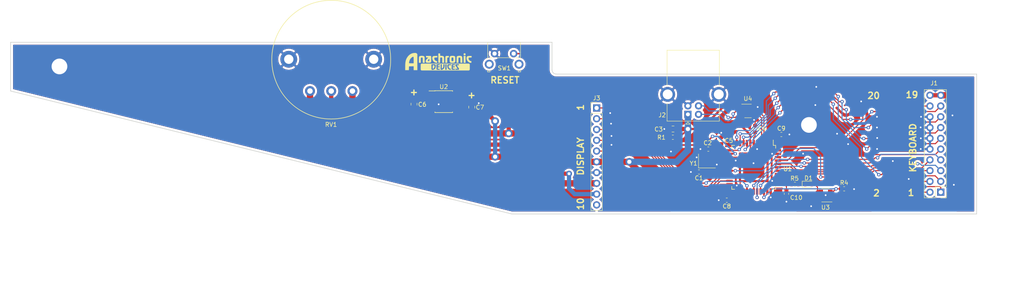
<source format=kicad_pcb>
(kicad_pcb (version 20171130) (host pcbnew "(5.1.5)-3")
  (layers (0 F.Cu signal) (31 B.Cu signal) (34 B.Paste user) (35 F.Paste user) (36 B.SilkS user) (37 F.SilkS user) (38 B.Mask user) (39 F.Mask user) (44 Edge.Cuts user))
  (net 0 "")
  (net 1 +5V)
  (net 2 /USB_DM)
  (net 3 /USB_DP)
  (net 4 GND)
  (net 5 /P1)
  (net 6 /P2)
  (net 7 /KS)
  (net 8 /EM_LED)
  (net 9 /D6)
  (net 10 /TS_LED)
  (net 11 /D5)
  (net 12 /CL_LED)
  (net 13 /D4)
  (net 14 /D3)
  (net 15 /D2)
  (net 16 /D1)
  (net 17 /D0)
  (net 18 /FLM)
  (net 19 /M)
  (net 20 /CL1)
  (net 21 /CL2)
  (net 22 -5V)
  (net 23 /VO)
  (net 24 /RESET)
  (net 25 "Net-(U1-Pad1)")
  (net 26 "Net-(C4-Pad1)")
  (net 27 /XTAL2)
  (net 28 /XTAL1)
  (net 29 "Net-(U1-Pad25)")
  (net 30 "Net-(U1-Pad27)")
  (net 31 "Net-(U1-Pad32)")
  (net 32 "Net-(U1-Pad42)")
  (net 33 "Net-(U2-Pad1)")
  (net 34 "Net-(C6-Pad1)")
  (net 35 "Net-(C6-Pad2)")
  (net 36 "Net-(U2-Pad7)")
  (net 37 /D)
  (net 38 /EX)
  (net 39 /KB_EN)
  (net 40 /VKB)
  (net 41 "Net-(J3-Pad10)")
  (net 42 "Net-(U2-Pad6)")
  (net 43 "Net-(D1-Pad1)")
  (net 44 /LED)
  (net 45 "Net-(U1-Pad3)")
  (net 46 "Net-(U1-Pad4)")
  (module kroy360_usb:Potentiometer-Piher-T-18A (layer F.Cu) (at 102 52 180)
    (fp_text reference RV1 (at 0.03 -7.92 180) (layer F.SilkS))
    (fp_text value "LCD Contrast")
    (pad MP thru_hole circle (at -10 7.5 180) (size 3.96 3.96) (drill 2.2) (layers *.Cu *.Mask) (net 4 GND))
    (pad MP thru_hole circle (at 10 7.5 180) (size 3.96 3.96) (drill 2.2) (layers *.Cu *.Mask) (net 4 GND))
    (pad 3 thru_hole circle (at 5 0 180) (size 2.34 2.34) (drill 1.3) (layers *.Cu *.Mask) (net 22 -5V))
    (pad 2 thru_hole circle (at 0 0 180) (size 2.34 2.34) (drill 1.3) (layers *.Cu *.Mask) (net 23 /VO))
    (pad 1 thru_hole circle (at -5 0 180) (size 2.34 2.34) (drill 1.3) (layers *.Cu *.Mask) (net 1 +5V))
  )
  (module MountingHole:MountingHole_3.7mm_Pad (layer F.Cu) (at 38 46.2)
    (fp_text reference MH2 hide)
    (fp_text value MountingHole_Pad-Mechanical)
    (pad 1 thru_hole circle (at 0 0) (size 7.4 7.4) (drill 3.7) (layers *.Cu *.Mask) (net 4 GND))
  )
  (module MountingHole:MountingHole_3.7mm_Pad (layer F.Cu) (at 214.5 60)
    (fp_text reference MH1 hide)
    (fp_text value MountingHole_Pad-Mechanical)
    (pad 1 thru_hole circle (at 0 0) (size 7.4 7.4) (drill 3.7) (layers *.Cu *.Mask) (net 4 GND))
  )
  (module Connector_USB:USB_B_OST_USB-B1HSxx_Horizontal (layer F.Cu) (at 186 57.5 90)
    (fp_text reference J2 (at -0.18 -6.07 180) (layer F.SilkS))
    (fp_text value USB_B)
    (pad 1 thru_hole rect (at 0 0 90) (size 1.7 1.7) (drill 0.92) (layers *.Cu *.Mask) (net 1 +5V))
    (pad 2 thru_hole circle (at 0 2.5 90) (size 1.7 1.7) (drill 0.92) (layers *.Cu *.Mask) (net 2 /USB_DM))
    (pad 3 thru_hole circle (at 2 2.5 90) (size 1.7 1.7) (drill 0.92) (layers *.Cu *.Mask) (net 3 /USB_DP))
    (pad 4 thru_hole circle (at 2 0 90) (size 1.7 1.7) (drill 0.92) (layers *.Cu *.Mask) (net 4 GND))
    (pad 5 thru_hole circle (at 4.71 -4.77 90) (size 3.5 3.5) (drill 2.33) (layers *.Cu *.Mask) (net 4 GND))
    (pad 5 thru_hole circle (at 4.71 7.27 90) (size 3.5 3.5) (drill 2.33) (layers *.Cu *.Mask) (net 4 GND))
  )
  (module Connector_PinHeader_2.54mm:PinHeader_2x10_P2.54mm_Vertical (layer F.Cu) (at 245.54 75.86 180)
    (fp_text reference J1 (at 1.57 25.71 180) (layer F.SilkS))
    (fp_text value Keyboard)
    (pad 1 thru_hole rect (at 0 0 180) (size 1.7 1.7) (drill 1) (layers *.Cu *.Mask) (net 5 /P1))
    (pad 2 thru_hole oval (at 2.54 0 180) (size 1.7 1.7) (drill 1) (layers *.Cu *.Mask) (net 6 /P2))
    (pad 3 thru_hole oval (at 0 2.54 180) (size 1.7 1.7) (drill 1) (layers *.Cu *.Mask) (net 7 /KS))
    (pad 4 thru_hole oval (at 2.54 2.54 180) (size 1.7 1.7) (drill 1) (layers *.Cu *.Mask) (net 8 /EM_LED))
    (pad 5 thru_hole oval (at 0 5.08 180) (size 1.7 1.7) (drill 1) (layers *.Cu *.Mask) (net 9 /D6))
    (pad 6 thru_hole oval (at 2.54 5.08 180) (size 1.7 1.7) (drill 1) (layers *.Cu *.Mask) (net 10 /TS_LED))
    (pad 7 thru_hole oval (at 0 7.62 180) (size 1.7 1.7) (drill 1) (layers *.Cu *.Mask) (net 11 /D5))
    (pad 8 thru_hole oval (at 2.54 7.62 180) (size 1.7 1.7) (drill 1) (layers *.Cu *.Mask) (net 12 /CL_LED))
    (pad 9 thru_hole oval (at 0 10.16 180) (size 1.7 1.7) (drill 1) (layers *.Cu *.Mask) (net 13 /D4))
    (pad 10 thru_hole oval (at 2.54 10.16 180) (size 1.7 1.7) (drill 1) (layers *.Cu *.Mask) (net 4 GND))
    (pad 11 thru_hole oval (at 0 12.7 180) (size 1.7 1.7) (drill 1) (layers *.Cu *.Mask) (net 14 /D3))
    (pad 12 thru_hole oval (at 2.54 12.7 180) (size 1.7 1.7) (drill 1) (layers *.Cu *.Mask) (net 4 GND))
    (pad 13 thru_hole oval (at 0 15.24 180) (size 1.7 1.7) (drill 1) (layers *.Cu *.Mask) (net 15 /D2))
    (pad 14 thru_hole oval (at 2.54 15.24 180) (size 1.7 1.7) (drill 1) (layers *.Cu *.Mask) (net 4 GND))
    (pad 15 thru_hole oval (at 0 17.78 180) (size 1.7 1.7) (drill 1) (layers *.Cu *.Mask) (net 16 /D1))
    (pad 16 thru_hole oval (at 2.54 17.78 180) (size 1.7 1.7) (drill 1) (layers *.Cu *.Mask) (net 4 GND))
    (pad 17 thru_hole oval (at 0 20.32 180) (size 1.7 1.7) (drill 1) (layers *.Cu *.Mask) (net 17 /D0))
    (pad 18 thru_hole oval (at 2.54 20.32 180) (size 1.7 1.7) (drill 1) (layers *.Cu *.Mask) (net 38 /EX))
    (pad 19 thru_hole oval (at 0 22.86 180) (size 1.7 1.7) (drill 1) (layers *.Cu *.Mask) (net 40 /VKB))
    (pad 20 thru_hole oval (at 2.54 22.86 180) (size 1.7 1.7) (drill 1) (layers *.Cu *.Mask) (net 40 /VKB))
  )
  (module Connector_PinHeader_2.54mm:PinHeader_1x10_P2.54mm_Vertical (layer F.Cu) (at 164.5 56)
    (fp_text reference J3 (at 0 -2.33) (layer F.SilkS))
    (fp_text value Display)
    (pad 1 thru_hole rect (at 0 0) (size 1.7 1.7) (drill 1) (layers *.Cu *.Mask) (net 18 /FLM))
    (pad 2 thru_hole oval (at 0 2.54) (size 1.7 1.7) (drill 1) (layers *.Cu *.Mask) (net 19 /M))
    (pad 3 thru_hole oval (at 0 5.08) (size 1.7 1.7) (drill 1) (layers *.Cu *.Mask) (net 20 /CL1))
    (pad 4 thru_hole oval (at 0 7.62) (size 1.7 1.7) (drill 1) (layers *.Cu *.Mask) (net 37 /D))
    (pad 5 thru_hole oval (at 0 10.16) (size 1.7 1.7) (drill 1) (layers *.Cu *.Mask) (net 21 /CL2))
    (pad 6 thru_hole oval (at 0 12.7) (size 1.7 1.7) (drill 1) (layers *.Cu *.Mask) (net 1 +5V))
    (pad 7 thru_hole oval (at 0 15.24) (size 1.7 1.7) (drill 1) (layers *.Cu *.Mask) (net 4 GND))
    (pad 8 thru_hole oval (at 0 17.78) (size 1.7 1.7) (drill 1) (layers *.Cu *.Mask) (net 22 -5V))
    (pad 9 thru_hole oval (at 0 20.32) (size 1.7 1.7) (drill 1) (layers *.Cu *.Mask) (net 23 /VO))
    (pad 10 thru_hole oval (at 0 22.86) (size 1.7 1.7) (drill 1) (layers *.Cu *.Mask) (net 41 "Net-(J3-Pad10)"))
  )
  (module Package_QFP:TQFP-44_10x10mm_P0.8mm (layer F.Cu) (at 201.5 70 270)
    (fp_text reference U1 (at 0.4 -7.975) (layer F.SilkS))
    (fp_text value ATmega32U4-AU)
    (pad 1 smd rect (at -5.7 -4 270) (size 1.5 0.55) (layers F.Cu F.Paste F.Mask) (net 25 "Net-(U1-Pad1)"))
    (pad 2 smd rect (at -5.7 -3.2 270) (size 1.5 0.55) (layers F.Cu F.Paste F.Mask) (net 1 +5V))
    (pad 3 smd rect (at -5.7 -2.4 270) (size 1.5 0.55) (layers F.Cu F.Paste F.Mask) (net 45 "Net-(U1-Pad3)"))
    (pad 4 smd rect (at -5.7 -1.6 270) (size 1.5 0.55) (layers F.Cu F.Paste F.Mask) (net 46 "Net-(U1-Pad4)"))
    (pad 5 smd rect (at -5.7 -0.8 270) (size 1.5 0.55) (layers F.Cu F.Paste F.Mask) (net 4 GND))
    (pad 6 smd rect (at -5.7 0 270) (size 1.5 0.55) (layers F.Cu F.Paste F.Mask) (net 26 "Net-(C4-Pad1)"))
    (pad 7 smd rect (at -5.7 0.8 270) (size 1.5 0.55) (layers F.Cu F.Paste F.Mask) (net 1 +5V))
    (pad 8 smd rect (at -5.7 1.6 270) (size 1.5 0.55) (layers F.Cu F.Paste F.Mask) (net 17 /D0))
    (pad 9 smd rect (at -5.7 2.4 270) (size 1.5 0.55) (layers F.Cu F.Paste F.Mask) (net 16 /D1))
    (pad 10 smd rect (at -5.7 3.2 270) (size 1.5 0.55) (layers F.Cu F.Paste F.Mask) (net 15 /D2))
    (pad 11 smd rect (at -5.7 4 270) (size 1.5 0.55) (layers F.Cu F.Paste F.Mask) (net 14 /D3))
    (pad 12 smd rect (at -4 5.7) (size 1.5 0.55) (layers F.Cu F.Paste F.Mask) (net 7 /KS))
    (pad 13 smd rect (at -3.2 5.7) (size 1.5 0.55) (layers F.Cu F.Paste F.Mask) (net 24 /RESET))
    (pad 14 smd rect (at -2.4 5.7) (size 1.5 0.55) (layers F.Cu F.Paste F.Mask) (net 1 +5V))
    (pad 15 smd rect (at -1.6 5.7) (size 1.5 0.55) (layers F.Cu F.Paste F.Mask) (net 4 GND))
    (pad 16 smd rect (at -0.8 5.7) (size 1.5 0.55) (layers F.Cu F.Paste F.Mask) (net 27 /XTAL2))
    (pad 17 smd rect (at 0 5.7) (size 1.5 0.55) (layers F.Cu F.Paste F.Mask) (net 28 /XTAL1))
    (pad 18 smd rect (at 0.8 5.7) (size 1.5 0.55) (layers F.Cu F.Paste F.Mask) (net 5 /P1))
    (pad 19 smd rect (at 1.6 5.7) (size 1.5 0.55) (layers F.Cu F.Paste F.Mask) (net 19 /M))
    (pad 20 smd rect (at 2.4 5.7) (size 1.5 0.55) (layers F.Cu F.Paste F.Mask) (net 20 /CL1))
    (pad 21 smd rect (at 3.2 5.7) (size 1.5 0.55) (layers F.Cu F.Paste F.Mask) (net 37 /D))
    (pad 22 smd rect (at 4 5.7) (size 1.5 0.55) (layers F.Cu F.Paste F.Mask) (net 21 /CL2))
    (pad 23 smd rect (at 5.7 4 270) (size 1.5 0.55) (layers F.Cu F.Paste F.Mask) (net 4 GND))
    (pad 24 smd rect (at 5.7 3.2 270) (size 1.5 0.55) (layers F.Cu F.Paste F.Mask) (net 1 +5V))
    (pad 25 smd rect (at 5.7 2.4 270) (size 1.5 0.55) (layers F.Cu F.Paste F.Mask) (net 29 "Net-(U1-Pad25)"))
    (pad 26 smd rect (at 5.7 1.6 270) (size 1.5 0.55) (layers F.Cu F.Paste F.Mask) (net 18 /FLM))
    (pad 27 smd rect (at 5.7 0.8 270) (size 1.5 0.55) (layers F.Cu F.Paste F.Mask) (net 30 "Net-(U1-Pad27)"))
    (pad 28 smd rect (at 5.7 0 270) (size 1.5 0.55) (layers F.Cu F.Paste F.Mask) (net 13 /D4))
    (pad 29 smd rect (at 5.7 -0.8 270) (size 1.5 0.55) (layers F.Cu F.Paste F.Mask) (net 11 /D5))
    (pad 30 smd rect (at 5.7 -1.6 270) (size 1.5 0.55) (layers F.Cu F.Paste F.Mask) (net 9 /D6))
    (pad 31 smd rect (at 5.7 -2.4 270) (size 1.5 0.55) (layers F.Cu F.Paste F.Mask) (net 39 /KB_EN))
    (pad 32 smd rect (at 5.7 -3.2 270) (size 1.5 0.55) (layers F.Cu F.Paste F.Mask) (net 31 "Net-(U1-Pad32)"))
    (pad 33 smd rect (at 5.7 -4 270) (size 1.5 0.55) (layers F.Cu F.Paste F.Mask) (net 4 GND))
    (pad 34 smd rect (at 4 -5.7) (size 1.5 0.55) (layers F.Cu F.Paste F.Mask) (net 1 +5V))
    (pad 35 smd rect (at 3.2 -5.7) (size 1.5 0.55) (layers F.Cu F.Paste F.Mask) (net 4 GND))
    (pad 36 smd rect (at 2.4 -5.7) (size 1.5 0.55) (layers F.Cu F.Paste F.Mask) (net 44 /LED))
    (pad 37 smd rect (at 1.6 -5.7) (size 1.5 0.55) (layers F.Cu F.Paste F.Mask) (net 6 /P2))
    (pad 38 smd rect (at 0.8 -5.7) (size 1.5 0.55) (layers F.Cu F.Paste F.Mask) (net 8 /EM_LED))
    (pad 39 smd rect (at 0 -5.7) (size 1.5 0.55) (layers F.Cu F.Paste F.Mask) (net 10 /TS_LED))
    (pad 40 smd rect (at -0.8 -5.7) (size 1.5 0.55) (layers F.Cu F.Paste F.Mask) (net 12 /CL_LED))
    (pad 41 smd rect (at -1.6 -5.7) (size 1.5 0.55) (layers F.Cu F.Paste F.Mask) (net 38 /EX))
    (pad 42 smd rect (at -2.4 -5.7) (size 1.5 0.55) (layers F.Cu F.Paste F.Mask) (net 32 "Net-(U1-Pad42)"))
    (pad 43 smd rect (at -3.2 -5.7) (size 1.5 0.55) (layers F.Cu F.Paste F.Mask) (net 4 GND))
    (pad 44 smd rect (at -4 -5.7) (size 1.5 0.55) (layers F.Cu F.Paste F.Mask) (net 1 +5V))
  )
  (module Package_SO:SOIC-8_3.9x4.9mm_P1.27mm (layer F.Cu) (at 128.5 54.5)
    (fp_text reference U2 (at 0 -3.5) (layer F.SilkS))
    (fp_text value TC1044S)
    (pad 1 smd rect (at -2.7 -1.905) (size 1.55 0.6) (layers F.Cu F.Paste F.Mask) (net 33 "Net-(U2-Pad1)"))
    (pad 2 smd rect (at -2.7 -0.635) (size 1.55 0.6) (layers F.Cu F.Paste F.Mask) (net 34 "Net-(C6-Pad1)"))
    (pad 3 smd rect (at -2.7 0.635) (size 1.55 0.6) (layers F.Cu F.Paste F.Mask) (net 4 GND))
    (pad 4 smd rect (at -2.7 1.905) (size 1.55 0.6) (layers F.Cu F.Paste F.Mask) (net 35 "Net-(C6-Pad2)"))
    (pad 5 smd rect (at 2.7 1.905) (size 1.55 0.6) (layers F.Cu F.Paste F.Mask) (net 22 -5V))
    (pad 6 smd rect (at 2.7 0.635) (size 1.55 0.6) (layers F.Cu F.Paste F.Mask) (net 42 "Net-(U2-Pad6)"))
    (pad 7 smd rect (at 2.7 -0.635) (size 1.55 0.6) (layers F.Cu F.Paste F.Mask) (net 36 "Net-(U2-Pad7)"))
    (pad 8 smd rect (at 2.7 -1.905) (size 1.55 0.6) (layers F.Cu F.Paste F.Mask) (net 1 +5V))
  )
  (module Button_Switch_THT:SW_Tactile_SPST_Angled_PTS645Vx83-2LFS (layer F.Cu) (at 140.462 43.18)
    (fp_text reference SW1 (at 2.288 3.43) (layer F.SilkS))
    (fp_text value SW_Push)
    (pad "" thru_hole circle (at 5.76 2.49) (size 2.1 2.1) (drill 1.3) (layers *.Cu *.Mask))
    (pad 2 thru_hole circle (at 4.5 0) (size 1.75 1.75) (drill 0.99) (layers *.Cu *.Mask) (net 24 /RESET))
    (pad 1 thru_hole circle (at 0 0) (size 1.75 1.75) (drill 0.99) (layers *.Cu *.Mask) (net 4 GND))
    (pad "" thru_hole circle (at -1.25 2.49) (size 2.1 2.1) (drill 1.3) (layers *.Cu *.Mask))
  )
  (module Capacitor_SMD:C_0603_1608Metric (layer F.Cu) (at 188.6 71.1 180)
    (fp_text reference C1 (at 0 -1.43 180) (layer F.SilkS))
    (fp_text value 22pF)
    (pad 1 smd roundrect (at -0.7875 0 180) (size 0.875 0.95) (layers F.Cu F.Paste F.Mask) (net 28 /XTAL1))
    (pad 2 smd roundrect (at 0.7875 0 180) (size 0.875 0.95) (layers F.Cu F.Paste F.Mask) (net 4 GND))
  )
  (module Capacitor_SMD:C_0603_1608Metric (layer F.Cu) (at 190.8 65.7 180)
    (fp_text reference C2 (at 0.15 1.45 180) (layer F.SilkS))
    (fp_text value 22pF)
    (pad 2 smd roundrect (at 0.7875 0 180) (size 0.875 0.95) (layers F.Cu F.Paste F.Mask) (net 4 GND))
    (pad 1 smd roundrect (at -0.7875 0 180) (size 0.875 0.95) (layers F.Cu F.Paste F.Mask) (net 27 /XTAL2))
  )
  (module Capacitor_SMD:C_0805_2012Metric (layer F.Cu) (at 182.49 60.96 180)
    (fp_text reference C3 (at 3.39 -0.06 180) (layer F.SilkS))
    (fp_text value 4.7uF)
    (pad 1 smd roundrect (at -0.9375 0 180) (size 0.975 1.4) (layers F.Cu F.Paste F.Mask) (net 1 +5V))
    (pad 2 smd roundrect (at 0.9375 0 180) (size 0.975 1.4) (layers F.Cu F.Paste F.Mask) (net 4 GND))
  )
  (module Capacitor_SMD:C_0805_2012Metric (layer F.Cu) (at 121.5 55.1 270)
    (fp_text reference C6 (at 0.075 -1.95) (layer F.SilkS))
    (fp_text value 10uF)
    (pad 1 smd roundrect (at -0.9375 0 270) (size 0.975 1.4) (layers F.Cu F.Paste F.Mask) (net 34 "Net-(C6-Pad1)"))
    (pad 2 smd roundrect (at 0.9375 0 270) (size 0.975 1.4) (layers F.Cu F.Paste F.Mask) (net 35 "Net-(C6-Pad2)"))
  )
  (module Capacitor_SMD:C_0805_2012Metric (layer F.Cu) (at 135.1 55.8 270)
    (fp_text reference C7 (at 0.05 -1.925) (layer F.SilkS))
    (fp_text value 10uF)
    (pad 2 smd roundrect (at 0.9375 0 270) (size 0.975 1.4) (layers F.Cu F.Paste F.Mask) (net 22 -5V))
    (pad 1 smd roundrect (at -0.9375 0 270) (size 0.975 1.4) (layers F.Cu F.Paste F.Mask) (net 4 GND))
  )
  (module Resistor_SMD:R_0603_1608Metric (layer F.Cu) (at 182.45 62.9 180)
    (fp_text reference R1 (at 2.69 -0.04 180) (layer F.SilkS))
    (fp_text value 10K)
    (pad 1 smd roundrect (at -0.7875 0 180) (size 0.875 0.95) (layers F.Cu F.Paste F.Mask) (net 1 +5V))
    (pad 2 smd roundrect (at 0.7875 0 180) (size 0.875 0.95) (layers F.Cu F.Paste F.Mask) (net 24 /RESET))
  )
  (module Crystal:Crystal_SMD_3225-4Pin_3.2x2.5mm (layer F.Cu) (at 190.5 68.5)
    (fp_text reference Y1 (at -3.17 0.56) (layer F.SilkS))
    (fp_text value 16MHz/16pF)
    (pad 1 smd rect (at -1.1 0.85) (size 1.4 1.2) (layers F.Cu F.Paste F.Mask) (net 28 /XTAL1))
    (pad 2 smd rect (at 1.1 0.85) (size 1.4 1.2) (layers F.Cu F.Paste F.Mask) (net 4 GND))
    (pad 3 smd rect (at 1.1 -0.85) (size 1.4 1.2) (layers F.Cu F.Paste F.Mask) (net 27 /XTAL2))
    (pad 4 smd rect (at -1.1 -0.85) (size 1.4 1.2) (layers F.Cu F.Paste F.Mask) (net 4 GND))
  )
  (module Capacitor_SMD:C_0603_1608Metric (layer F.Cu) (at 193.85 63.7 90)
    (fp_text reference C5 (at 0 1.8 180) (layer F.SilkS))
    (fp_text value 0.1uF)
    (pad 2 smd roundrect (at 0.7875 0 90) (size 0.875 0.95) (layers F.Cu F.Paste F.Mask) (net 4 GND))
    (pad 1 smd roundrect (at -0.7875 0 90) (size 0.875 0.95) (layers F.Cu F.Paste F.Mask) (net 1 +5V))
  )
  (module Capacitor_SMD:C_0603_1608Metric (layer F.Cu) (at 195.15 77.75 180)
    (fp_text reference C8 (at 0 -1.43 180) (layer F.SilkS))
    (fp_text value 0.1uF)
    (pad 1 smd roundrect (at -0.7875 0 180) (size 0.875 0.95) (layers F.Cu F.Paste F.Mask) (net 1 +5V))
    (pad 2 smd roundrect (at 0.7875 0 180) (size 0.875 0.95) (layers F.Cu F.Paste F.Mask) (net 4 GND))
  )
  (module Capacitor_SMD:C_0603_1608Metric (layer F.Cu) (at 208 62.25)
    (fp_text reference C9 (at 0 -1.43) (layer F.SilkS))
    (fp_text value 0.1uF)
    (pad 2 smd roundrect (at 0.7875 0) (size 0.875 0.95) (layers F.Cu F.Paste F.Mask) (net 4 GND))
    (pad 1 smd roundrect (at -0.7875 0) (size 0.875 0.95) (layers F.Cu F.Paste F.Mask) (net 1 +5V))
  )
  (module Capacitor_SMD:C_0603_1608Metric (layer F.Cu) (at 209.2 76.25 270)
    (fp_text reference C10 (at 0.89 -2.32) (layer F.SilkS))
    (fp_text value 0.1uF)
    (pad 1 smd roundrect (at -0.7875 0 270) (size 0.875 0.95) (layers F.Cu F.Paste F.Mask) (net 1 +5V))
    (pad 2 smd roundrect (at 0.7875 0 270) (size 0.875 0.95) (layers F.Cu F.Paste F.Mask) (net 4 GND))
  )
  (module Capacitor_SMD:C_0603_1608Metric (layer F.Cu) (at 201.825 60.95 90)
    (fp_text reference C4 (at 0.025 1.675 180) (layer F.SilkS))
    (fp_text value 1uF)
    (pad 1 smd roundrect (at -0.7875 0 90) (size 0.875 0.95) (layers F.Cu F.Paste F.Mask) (net 26 "Net-(C4-Pad1)"))
    (pad 2 smd roundrect (at 0.7875 0 90) (size 0.875 0.95) (layers F.Cu F.Paste F.Mask) (net 4 GND))
  )
  (module Package_TO_SOT_SMD:SOT-23-6 (layer F.Cu) (at 218.4 76.56 180)
    (fp_text reference U3 (at 0 -2.9 180) (layer F.SilkS))
    (fp_text value TPS22929D)
    (pad 1 smd rect (at -1.1 -0.95 180) (size 1.06 0.65) (layers F.Cu F.Paste F.Mask) (net 40 /VKB))
    (pad 2 smd rect (at -1.1 0 180) (size 1.06 0.65) (layers F.Cu F.Paste F.Mask) (net 4 GND))
    (pad 3 smd rect (at -1.1 0.95 180) (size 1.06 0.65) (layers F.Cu F.Paste F.Mask) (net 39 /KB_EN))
    (pad 4 smd rect (at 1.1 0.95 180) (size 1.06 0.65) (layers F.Cu F.Paste F.Mask) (net 1 +5V))
    (pad 6 smd rect (at 1.1 -0.95 180) (size 1.06 0.65) (layers F.Cu F.Paste F.Mask) (net 1 +5V))
    (pad 5 smd rect (at 1.1 0 180) (size 1.06 0.65) (layers F.Cu F.Paste F.Mask) (net 4 GND))
  )
  (module Resistor_SMD:R_0603_1608Metric (layer F.Cu) (at 222.8 75.07)
    (fp_text reference R4 (at 0 -1.43) (layer F.SilkS))
    (fp_text value 10K)
    (pad 1 smd roundrect (at -0.7875 0) (size 0.875 0.95) (layers F.Cu F.Paste F.Mask) (net 39 /KB_EN))
    (pad 2 smd roundrect (at 0.7875 0) (size 0.875 0.95) (layers F.Cu F.Paste F.Mask) (net 4 GND))
  )
  (module engicoder:ad-logo-15.6x4.2 (layer F.Cu) (at 127.24 45.13)
    (fp_text reference G*** hide)
    (fp_text value LOGO hide)
  )
  (module engicoder:ec-logo-f.cu-5.1x4.6mm (layer F.Cu) (at 141.875 73.925)
    (fp_text reference G*** hide)
    (fp_text value LOGO hide)
    (fp_poly (pts (xy 1.731151 0.423859) (xy 1.785504 0.430893) (xy 1.835232 0.443355) (xy 1.882639 0.461841) (xy 1.93003 0.486944) (xy 1.935374 0.490156) (xy 1.964303 0.507729) (xy 1.967709 0.724572) (xy 1.968373 0.770514) (xy 1.968877 0.813256) (xy 1.969218 0.851739) (xy 1.969391 0.884907) (xy 1.969393 0.911703) (xy 1.969219 0.931069) (xy 1.968866 0.94195) (xy 1.968575 0.943957) (xy 1.964012 0.9419) (xy 1.954115 0.934192) (xy 1.940764 0.922338) (xy 1.936327 0.918161) (xy 1.895617 0.883997) (xy 1.853032 0.856916) (xy 1.81066 0.838226) (xy 1.80615 0.836754) (xy 1.789116 0.831943) (xy 1.772377 0.82869) (xy 1.753291 0.826718) (xy 1.729214 0.825747) (xy 1.69926 0.8255) (xy 1.668902 0.825725) (xy 1.646105 0.826599) (xy 1.628273 0.828412) (xy 1.612814 0.831458) (xy 1.597132 0.836031) (xy 1.59258 0.837546) (xy 1.540172 0.860135) (xy 1.494983 0.889745) (xy 1.45729 0.925977) (xy 1.427371 0.968431) (xy 1.405503 1.01671) (xy 1.391964 1.070415) (xy 1.387032 1.129146) (xy 1.387016 1.13284) (xy 1.391192 1.191548) (xy 1.403838 1.244837) (xy 1.425128 1.293155) (xy 1.455238 1.336951) (xy 1.475494 1.359145) (xy 1.517185 1.394048) (xy 1.563784 1.420202) (xy 1.61548 1.43768) (xy 1.672465 1.446557) (xy 1.705545 1.4478) (xy 1.754542 1.444447) (xy 1.799484 1.433932) (xy 1.841948 1.415572) (xy 1.883512 1.388683) (xy 1.925751 1.352582) (xy 1.926212 1.352144) (xy 1.97104 1.309485) (xy 1.971023 1.532312) (xy 1.971006 1.75514) (xy 1.929113 1.778793) (xy 1.902514 1.793678) (xy 1.882101 1.804561) (xy 1.865277 1.812548) (xy 1.849445 1.818745) (xy 1.832007 1.824258) (xy 1.810366 1.830192) (xy 1.805112 1.831578) (xy 1.775973 1.838351) (xy 1.747604 1.842791) (xy 1.716001 1.845412) (xy 1.6891 1.846457) (xy 1.662466 1.846952) (xy 1.637949 1.84703) (xy 1.618171 1.846707) (xy 1.605757 1.846001) (xy 1.60528 1.845943) (xy 1.526994 1.832178) (xy 1.452838 1.8115) (xy 1.384753 1.784475) (xy 1.370858 1.777771) (xy 1.29755 1.735618) (xy 1.230624 1.685777) (xy 1.170467 1.628762) (xy 1.117464 1.565086) (xy 1.072001 1.495264) (xy 1.034466 1.419809) (xy 1.005244 1.339236) (xy 0.987262 1.267275) (xy 0.982199 1.232804) (xy 0.979035 1.191231) (xy 0.977744 1.14543) (xy 0.9783 1.098276) (xy 0.980677 1.052643) (xy 0.98485 1.011404) (xy 0.98984 0.981713) (xy 1.012348 0.897167) (xy 1.042496 0.819138) (xy 1.080527 0.74718) (xy 1.126682 0.680847) (xy 1.181203 0.619695) (xy 1.191883 0.609242) (xy 1.255092 0.555403) (xy 1.323033 0.510522) (xy 1.395485 0.474685) (xy 1.472226 0.44798) (xy 1.553034 0.430493) (xy 1.637688 0.422311) (xy 1.669869 0.42166) (xy 1.731151 0.423859)) (layer F.Cu) (width 0.01))
    (fp_poly (pts (xy -0.07233 -2.316426) (xy 0.076909 -2.302278) (xy 0.225305 -2.278454) (xy 0.372331 -2.244904) (xy 0.509441 -2.204244) (xy 0.65167 -2.151895) (xy 0.789479 -2.090576) (xy 0.922503 -2.020633) (xy 1.050376 -1.942412) (xy 1.172736 -1.856257) (xy 1.289216 -1.762515) (xy 1.399453 -1.66153) (xy 1.503081 -1.55365) (xy 1.599735 -1.439218) (xy 1.689052 -1.318581) (xy 1.770666 -1.192085) (xy 1.844213 -1.060074) (xy 1.909327 -0.922895) (xy 1.940171 -0.848527) (xy 1.945578 -0.834092) (xy 1.953976 -0.810684) (xy 1.965139 -0.778966) (xy 1.978844 -0.739602) (xy 1.994867 -0.693258) (xy 2.012983 -0.640598) (xy 2.032968 -0.582285) (xy 2.054598 -0.518985) (xy 2.077649 -0.451361) (xy 2.101896 -0.380078) (xy 2.127115 -0.3058) (xy 2.153083 -0.229192) (xy 2.179574 -0.150918) (xy 2.206365 -0.071642) (xy 2.233232 0.007971) (xy 2.25995 0.087258) (xy 2.286294 0.165553) (xy 2.312042 0.242193) (xy 2.336968 0.316513) (xy 2.360849 0.387848) (xy 2.38346 0.455535) (xy 2.404577 0.518909) (xy 2.423976 0.577306) (xy 2.441432 0.630061) (xy 2.456722 0.676511) (xy 2.469621 0.71599) (xy 2.479905 0.747834) (xy 2.48735 0.771379) (xy 2.491419 0.78486) (xy 2.51526 0.879844) (xy 2.530973 0.970802) (xy 2.538743 1.059546) (xy 2.538754 1.14789) (xy 2.5346 1.206887) (xy 2.519526 1.311188) (xy 2.495187 1.412216) (xy 2.462027 1.5095) (xy 2.420489 1.60257) (xy 2.371018 1.690957) (xy 2.314056 1.774192) (xy 2.250049 1.851803) (xy 2.179439 1.923322) (xy 2.10267 1.988278) (xy 2.020187 2.046202) (xy 1.932433 2.096624) (xy 1.839851 2.139073) (xy 1.742885 2.173081) (xy 1.64198 2.198178) (xy 1.589664 2.207316) (xy 1.581002 2.208526) (xy 1.570664 2.209779) (xy 1.558148 2.21111) (xy 1.542953 2.212554) (xy 1.52458 2.214143) (xy 1.502526 2.215915) (xy 1.47629 2.217902) (xy 1.445373 2.220139) (xy 1.409273 2.222661) (xy 1.367489 2.225503) (xy 1.31952 2.228699) (xy 1.264865 2.232284) (xy 1.203024 2.236291) (xy 1.133495 2.240756) (xy 1.055777 2.245714) (xy 0.96937 2.251198) (xy 0.873773 2.257244) (xy 0.77978 2.263173) (xy 0.73704 2.265874) (xy 0.685873 2.269117) (xy 0.627989 2.272795) (xy 0.565102 2.276798) (xy 0.498922 2.281018) (xy 0.43116 2.285344) (xy 0.363529 2.289668) (xy 0.29774 2.293881) (xy 0.25908 2.29636) (xy 0.149803 2.303107) (xy 0.050383 2.308687) (xy -0.039413 2.313107) (xy -0.119822 2.316374) (xy -0.191077 2.318496) (xy -0.253413 2.31948) (xy -0.307064 2.319333) (xy -0.352265 2.318063) (xy -0.381 2.316359) (xy -0.513586 2.302527) (xy -0.645712 2.281579) (xy -0.773555 2.254126) (xy -0.77978 2.25259) (xy -0.925262 2.211326) (xy -1.066655 2.160982) (xy -1.203628 2.101907) (xy -1.335854 2.034453) (xy -1.463002 1.95897) (xy -1.584743 1.875808) (xy -1.700747 1.785318) (xy -1.810686 1.687849) (xy -1.914229 1.583753) (xy -2.011047 1.47338) (xy -2.100811 1.35708) (xy -2.183192 1.235204) (xy -2.257859 1.108101) (xy -2.324484 0.976123) (xy -2.382736 0.83962) (xy -2.432288 0.698942) (xy -2.472808 0.55444) (xy -2.50124 0.421637) (xy -2.523925 0.270358) (xy -2.536635 0.119508) (xy -2.53896 0) (xy -2.334116 0) (xy -2.333858 0.060065) (xy -2.332972 0.112071) (xy -2.33129 0.158109) (xy -2.328642 0.200267) (xy -2.32486 0.240637) (xy -2.319777 0.281309) (xy -2.313222 0.324372) (xy -2.305027 0.371918) (xy -2.303386 0.381) (xy -2.27258 0.522513) (xy -2.232327 0.660896) (xy -2.182936 0.795703) (xy -2.124716 0.926486) (xy -2.057975 1.052801) (xy -1.983022 1.174202) (xy -1.900166 1.290242) (xy -1.809715 1.400477) (xy -1.71198 1.50446) (xy -1.607267 1.601745) (xy -1.495886 1.691887) (xy -1.378147 1.774439) (xy -1.3081 1.818051) (xy -1.177983 1.889795) (xy -1.045048 1.951782) (xy -0.909182 2.004048) (xy -0.770271 2.046629) (xy -0.628202 2.079562) (xy -0.482861 2.102884) (xy -0.38702 2.11287) (xy -0.354036 2.114919) (xy -0.313539 2.116374) (xy -0.268116 2.117235) (xy -0.220356 2.1175) (xy -0.172845 2.117169) (xy -0.128171 2.11624) (xy -0.088922 2.114712) (xy -0.062507 2.113003) (xy 0.075436 2.097627) (xy 0.208579 2.074423) (xy 0.338354 2.042989) (xy 0.466194 2.002924) (xy 0.59353 1.953828) (xy 0.721796 1.8953) (xy 0.730183 1.891168) (xy 0.76256 1.875201) (xy 0.787337 1.863235) (xy 0.806004 1.854728) (xy 0.82005 1.849138) (xy 0.830965 1.845924) (xy 0.840236 1.844544) (xy 0.849354 1.844456) (xy 0.857285 1.844934) (xy 0.872471 1.846765) (xy 0.886386 1.850583) (xy 0.901794 1.857511) (xy 0.921458 1.86867) (xy 0.932704 1.875539) (xy 1.019604 1.923625) (xy 1.10899 1.961882) (xy 1.201049 1.990375) (xy 1.295968 2.009171) (xy 1.317421 2.012032) (xy 1.355732 2.01515) (xy 1.400787 2.016319) (xy 1.449438 2.015655) (xy 1.498534 2.013276) (xy 1.544929 2.009297) (xy 1.585471 2.003837) (xy 1.597381 2.001659) (xy 1.691226 1.977972) (xy 1.780943 1.945227) (xy 1.866004 1.903826) (xy 1.945879 1.854169) (xy 2.02004 1.796657) (xy 2.087959 1.731693) (xy 2.149106 1.659676) (xy 2.202954 1.581009) (xy 2.240356 1.513688) (xy 2.273767 1.439045) (xy 2.300515 1.36075) (xy 2.321313 1.276595) (xy 2.327452 1.2446) (xy 2.330737 1.218622) (xy 2.332984 1.184929) (xy 2.334218 1.14591) (xy 2.334458 1.103953) (xy 2.333728 1.061448) (xy 2.332049 1.020783) (xy 2.329442 0.984348) (xy 2.32593 0.954532) (xy 2.324738 0.94742) (xy 2.302128 0.851861) (xy 2.270042 0.759945) (xy 2.228539 0.671809) (xy 2.177677 0.587586) (xy 2.153599 0.553496) (xy 2.128457 0.522199) (xy 2.097169 0.487549) (xy 2.062048 0.451819) (xy 2.025407 0.417282) (xy 1.989559 0.386214) (xy 1.960055 0.36322) (xy 1.933294 0.34316) (xy 1.913963 0.326683) (xy 1.900881 0.31198) (xy 1.892864 0.297245) (xy 1.888732 0.28067) (xy 1.887301 0.260447) (xy 1.88722 0.251846) (xy 1.887627 0.232788) (xy 1.888755 0.206311) (xy 1.890459 0.175119) (xy 1.892597 0.141914) (xy 1.894239 0.11938) (xy 1.899325 -0.01013) (xy 1.895092 -0.142045) (xy 1.881779 -0.27532) (xy 1.859626 -0.40891) (xy 1.82887 -0.541771) (xy 1.789749 -0.672857) (xy 1.742503 -0.801123) (xy 1.687368 -0.925524) (xy 1.631351 -1.03305) (xy 1.569533 -1.136957) (xy 1.504222 -1.233888) (xy 1.433662 -1.326181) (xy 1.356094 -1.416179) (xy 1.295646 -1.480127) (xy 1.18786 -1.583283) (xy 1.075163 -1.677548) (xy 0.957605 -1.762898) (xy 0.835238 -1.839306) (xy 0.708116 -1.906748) (xy 0.576289 -1.965197) (xy 0.43981 -2.014629) (xy 0.298731 -2.055017) (xy 0.153104 -2.086336) (xy 0.02032 -2.106487) (xy -0.016413 -2.110035) (xy -0.061155 -2.112785) (xy -0.111858 -2.114736) (xy -0.166474 -2.115888) (xy -0.222955 -2.116239) (xy -0.279253 -2.115791) (xy -0.333319 -2.114542) (xy -0.383107 -2.112492) (xy -0.426568 -2.109641) (xy -0.4572 -2.106563) (xy -0.605397 -2.083539) (xy -0.748473 -2.051866) (xy -0.886872 -2.011391) (xy -1.021044 -1.961964) (xy -1.151433 -1.903434) (xy -1.278486 -1.835649) (xy -1.3081 -1.818245) (xy -1.429979 -1.739487) (xy -1.545551 -1.652968) (xy -1.654517 -1.559124) (xy -1.756575 -1.458388) (xy -1.851423 -1.351197) (xy -1.938761 -1.237984) (xy -2.018287 -1.119186) (xy -2.0897 -0.995236) (xy -2.152699 -0.866571) (xy -2.206983 -0.733624) (xy -2.25225 -0.596831) (xy -2.288199 -0.456627) (xy -2.303386 -0.381) (xy -2.31189 -0.332439) (xy -2.318724 -0.288731) (xy -2.324057 -0.247787) (xy -2.328057 -0.207516) (xy -2.330894 -0.165828) (xy -2.332736 -0.120634) (xy -2.333751 -0.069841) (xy -2.334108 -0.011361) (xy -2.334116 0) (xy -2.53896 0) (xy -2.539554 -0.030516) (xy -2.532869 -0.179317) (xy -2.516763 -0.326496) (xy -2.491422 -0.471656) (xy -2.457031 -0.6144) (xy -2.413775 -0.75433) (xy -2.361838 -0.891049) (xy -2.301405 -1.024158) (xy -2.232663 -1.153262) (xy -2.155794 -1.277961) (xy -2.070985 -1.397859) (xy -1.97842 -1.512558) (xy -1.878285 -1.621661) (xy -1.770764 -1.724769) (xy -1.656042 -1.821486) (xy -1.534304 -1.911414) (xy -1.405735 -1.994155) (xy -1.366652 -2.017062) (xy -1.233491 -2.087624) (xy -1.096439 -2.148984) (xy -0.956023 -2.201089) (xy -0.812769 -2.243886) (xy -0.667202 -2.277324) (xy -0.519848 -2.301349) (xy -0.371235 -2.31591) (xy -0.221886 -2.320953) (xy -0.07233 -2.316426)) (layer F.Cu) (width 0.01))
    (fp_poly (pts (xy -0.185726 -1.775357) (xy -0.137754 -1.774357) (xy -0.09281 -1.772785) (xy -0.052775 -1.770653) (xy -0.019529 -1.767971) (xy -0.00508 -1.766301) (xy 0.131205 -1.743403) (xy 0.262263 -1.711799) (xy 0.388148 -1.671465) (xy 0.508912 -1.622376) (xy 0.624608 -1.564505) (xy 0.735291 -1.497827) (xy 0.841013 -1.422318) (xy 0.941827 -1.337952) (xy 0.987356 -1.2954) (xy 1.078111 -1.20061) (xy 1.160978 -1.099544) (xy 1.235809 -0.992505) (xy 1.302457 -0.8798) (xy 1.360773 -0.761732) (xy 1.410612 -0.638606) (xy 1.451825 -0.510727) (xy 1.484264 -0.378399) (xy 1.507782 -0.241928) (xy 1.511501 -0.21336) (xy 1.514483 -0.183295) (xy 1.517089 -0.145617) (xy 1.519291 -0.102102) (xy 1.521061 -0.054524) (xy 1.522369 -0.004658) (xy 1.523186 0.045722) (xy 1.523484 0.09484) (xy 1.523234 0.140924) (xy 1.522408 0.182197) (xy 1.520976 0.216886) (xy 1.518909 0.243215) (xy 1.518903 0.243272) (xy 1.512469 0.301125) (xy 0.118461 0.297339) (xy -1.275547 0.293552) (xy -1.272029 0.308066) (xy -1.261978 0.342775) (xy -1.247477 0.383601) (xy -1.229577 0.428121) (xy -1.209331 0.47391) (xy -1.187789 0.518545) (xy -1.166003 0.5596) (xy -1.153892 0.580448) (xy -1.096384 0.665978) (xy -1.031301 0.74494) (xy -0.959004 0.817112) (xy -0.879851 0.882273) (xy -0.794203 0.940201) (xy -0.702418 0.990677) (xy -0.604856 1.033477) (xy -0.501876 1.068382) (xy -0.393838 1.09517) (xy -0.28956 1.112549) (xy -0.251489 1.116396) (xy -0.206213 1.119231) (xy -0.156644 1.120998) (xy -0.105693 1.121645) (xy -0.056271 1.121117) (xy -0.011288 1.11936) (xy 0.00762 1.118083) (xy 0.119216 1.105545) (xy 0.225068 1.08581) (xy 0.326211 1.058458) (xy 0.423681 1.023072) (xy 0.518513 0.97923) (xy 0.611742 0.926515) (xy 0.704404 0.864507) (xy 0.783825 0.803915) (xy 0.804706 0.78732) (xy 0.822662 0.773444) (xy 0.836287 0.763341) (xy 0.844178 0.758064) (xy 0.845549 0.757578) (xy 0.84581 0.762841) (xy 0.845981 0.777443) (xy 0.846065 0.800564) (xy 0.846064 0.831381) (xy 0.84598 0.869074) (xy 0.845815 0.912824) (xy 0.845573 0.961807) (xy 0.845254 1.015205) (xy 0.844862 1.072196) (xy 0.84455 1.113161) (xy 0.841751 1.466862) (xy 0.775205 1.502603) (xy 0.672432 1.555867) (xy 0.575029 1.60215) (xy 0.481469 1.64193) (xy 0.390223 1.675687) (xy 0.299763 1.703898) (xy 0.208562 1.727042) (xy 0.115092 1.745597) (xy 0.017825 1.760043) (xy -0.079951 1.770437) (xy -0.142396 1.774983) (xy -0.199368 1.77689) (xy -0.255195 1.776197) (xy -0.314203 1.77294) (xy -0.32004 1.772506) (xy -0.457715 1.757239) (xy -0.592217 1.732665) (xy -0.723165 1.698954) (xy -0.850175 1.656275) (xy -0.972866 1.604798) (xy -1.090854 1.544692) (xy -1.203757 1.476127) (xy -1.311193 1.399271) (xy -1.412779 1.314296) (xy -1.464841 1.265316) (xy -1.521333 1.2082) (xy -1.570947 1.154146) (xy -1.61556 1.10105) (xy -1.644116 1.06426) (xy -1.720295 0.954574) (xy -1.787461 0.840231) (xy -1.845532 0.721417) (xy -1.894425 0.598318) (xy -1.93406 0.47112) (xy -1.964353 0.340009) (xy -1.965256 0.33528) (xy -1.974129 0.28571) (xy -1.981043 0.239959) (xy -1.986196 0.195623) (xy -1.989788 0.1503) (xy -1.992018 0.101585) (xy -1.993084 0.047076) (xy -1.993232 -0.00254) (xy -1.992525 -0.067501) (xy -1.990572 -0.124926) (xy -1.987117 -0.177392) (xy -1.981902 -0.227476) (xy -1.974671 -0.277753) (xy -1.968529 -0.312035) (xy -1.29032 -0.312035) (xy -1.28532 -0.311824) (xy -1.270635 -0.311618) (xy -1.246741 -0.311419) (xy -1.214114 -0.311227) (xy -1.173229 -0.311045) (xy -1.124562 -0.310871) (xy -1.068589 -0.310709) (xy -1.005784 -0.310558) (xy -0.936625 -0.310419) (xy -0.861586 -0.310294) (xy -0.781143 -0.310184) (xy -0.695771 -0.310089) (xy -0.605947 -0.31001) (xy -0.512145 -0.30995) (xy -0.414842 -0.309907) (xy -0.314512 -0.309884) (xy -0.25146 -0.30988) (xy -0.130466 -0.309884) (xy -0.019223 -0.309895) (xy 0.082677 -0.309918) (xy 0.175641 -0.309957) (xy 0.260078 -0.310015) (xy 0.336396 -0.310095) (xy 0.405004 -0.310201) (xy 0.46631 -0.310336) (xy 0.520721 -0.310504) (xy 0.568647 -0.310709) (xy 0.610495 -0.310953) (xy 0.646674 -0.311241) (xy 0.677592 -0.311576) (xy 0.703656 -0.311961) (xy 0.725277 -0.312399) (xy 0.742861 -0.312895) (xy 0.756817 -0.313452) (xy 0.767553 -0.314074) (xy 0.775477 -0.314763) (xy 0.780998 -0.315523) (xy 0.784524 -0.316358) (xy 0.786463 -0.317272) (xy 0.787223 -0.318267) (xy 0.78729 -0.31877) (xy 0.786181 -0.327583) (xy 0.78332 -0.343424) (xy 0.779239 -0.363425) (xy 0.777485 -0.371499) (xy 0.753936 -0.454829) (xy 0.721041 -0.535606) (xy 0.679405 -0.613326) (xy 0.629632 -0.687489) (xy 0.572327 -0.757592) (xy 0.508095 -0.823136) (xy 0.43754 -0.883618) (xy 0.361267 -0.938536) (xy 0.27988 -0.98739) (xy 0.193984 -1.029677) (xy 0.104183 -1.064897) (xy 0.011083 -1.092548) (xy -0.084713 -1.112128) (xy -0.121787 -1.117359) (xy -0.155614 -1.120331) (xy -0.196523 -1.122022) (xy -0.241519 -1.12246) (xy -0.28761 -1.121672) (xy -0.331802 -1.119685) (xy -0.371101 -1.116528) (xy -0.38455 -1.114972) (xy -0.485668 -1.09693) (xy -0.583762 -1.06938) (xy -0.678284 -1.032668) (xy -0.768687 -0.987139) (xy -0.854423 -0.933139) (xy -0.934945 -0.871013) (xy -1.009705 -0.801106) (xy -1.078157 -0.723765) (xy -1.139752 -0.639335) (xy -1.140934 -0.63754) (xy -1.163913 -0.600652) (xy -1.187526 -0.559358) (xy -1.210087 -0.516831) (xy -1.22991 -0.476242) (xy -1.244835 -0.44196) (xy -1.250282 -0.427758) (xy -1.257306 -0.408643) (xy -1.26515 -0.386781) (xy -1.273056 -0.364336) (xy -1.280265 -0.343475) (xy -1.28602 -0.326362) (xy -1.289562 -0.315163) (xy -1.29032 -0.312035) (xy -1.968529 -0.312035) (xy -1.965167 -0.330799) (xy -1.956081 -0.375426) (xy -1.923653 -0.504597) (xy -1.882139 -0.629856) (xy -1.831896 -0.750806) (xy -1.773279 -0.86705) (xy -1.706644 -0.978188) (xy -1.632346 -1.083824) (xy -1.550741 -1.18356) (xy -1.462184 -1.276999) (xy -1.36703 -1.363741) (xy -1.265637 -1.44339) (xy -1.158358 -1.515548) (xy -1.04555 -1.579817) (xy -0.927568 -1.6358) (xy -0.804768 -1.683099) (xy -0.779483 -1.691539) (xy -0.699872 -1.715502) (xy -0.619544 -1.735618) (xy -0.535538 -1.752547) (xy -0.444896 -1.766943) (xy -0.4318 -1.768755) (xy -0.405164 -1.77141) (xy -0.370269 -1.773428) (xy -0.328997 -1.774822) (xy -0.283228 -1.7756) (xy -0.234844 -1.775775) (xy -0.185726 -1.775357)) (layer F.Cu) (width 0.01))
  )
  (module LED_SMD:LED_0603_1608Metric (layer F.Cu) (at 214.39 74.01)
    (fp_text reference D1 (at 0.01 -1.47) (layer F.SilkS))
    (fp_text value LED_ALT)
    (pad 1 smd roundrect (at -0.7875 0) (size 0.875 0.95) (layers F.Cu F.Paste F.Mask) (net 43 "Net-(D1-Pad1)"))
    (pad 2 smd roundrect (at 0.7875 0) (size 0.875 0.95) (layers F.Cu F.Paste F.Mask) (net 1 +5V))
  )
  (module Resistor_SMD:R_0603_1608Metric (layer F.Cu) (at 211.2 74.01 180)
    (fp_text reference R5 (at 0.08 1.39 180) (layer F.SilkS))
    (fp_text value 1K)
    (pad 1 smd roundrect (at -0.7875 0 180) (size 0.875 0.95) (layers F.Cu F.Paste F.Mask) (net 43 "Net-(D1-Pad1)"))
    (pad 2 smd roundrect (at 0.7875 0 180) (size 0.875 0.95) (layers F.Cu F.Paste F.Mask) (net 44 /LED))
  )
  (module keyboard:TSOP-6_1.5x3mm_P0.95mm (layer F.Cu) (at 200.15 56.7)
    (fp_text reference U4 (at -0.025 -2.9) (layer F.SilkS))
    (fp_text value STF202)
    (pad 6 smd rect (at 1.125 -0.95) (size 0.95 0.6) (layers F.Cu F.Paste F.Mask) (net 4 GND))
    (pad 5 smd rect (at 1.125 0) (size 0.95 0.6) (layers F.Cu F.Paste F.Mask) (net 45 "Net-(U1-Pad3)"))
    (pad 4 smd rect (at 1.125 0.95) (size 0.95 0.6) (layers F.Cu F.Paste F.Mask) (net 46 "Net-(U1-Pad4)"))
    (pad 1 smd rect (at -1.125 -0.95) (size 0.95 0.6) (layers F.Cu F.Paste F.Mask) (net 1 +5V))
    (pad 2 smd rect (at -1.125 0) (size 0.95 0.6) (layers F.Cu F.Paste F.Mask) (net 2 /USB_DM))
    (pad 3 smd rect (at -1.125 0.95) (size 0.95 0.6) (layers F.Cu F.Paste F.Mask) (net 3 /USB_DP))
  )
  (gr_text RESET (at 142.9 49.425) (layer F.SilkS) (effects (font (size 1.5 1.5) (thickness 0.3))))
  (gr_text + (at 134.94 53.05 90) (layer F.SilkS) (effects (font (size 1.5 1.5) (thickness 0.3))))
  (gr_text + (at 121.37 52.34 90) (layer F.SilkS) (effects (font (size 1.5 1.5) (thickness 0.3))))
  (gr_text 10 (at 160.72 78.62 90) (layer F.SilkS) (effects (font (size 1.5 1.5) (thickness 0.3))))
  (gr_text 20 (at 229.74 53.1) (layer F.SilkS) (effects (font (size 1.5 1.5) (thickness 0.3))))
  (gr_text 19 (at 238.75 52.89) (layer F.SilkS) (effects (font (size 1.5 1.5) (thickness 0.3))))
  (gr_text 2 (at 230.41 76.08) (layer F.SilkS) (effects (font (size 1.5 1.5) (thickness 0.3))))
  (gr_text 1 (at 238.55 75.99) (layer F.SilkS) (effects (font (size 1.5 1.5) (thickness 0.3))))
  (gr_text 1 (at 160.72 55.86 90) (layer F.SilkS) (effects (font (size 1.5 1.5) (thickness 0.3))))
  (gr_text DISPLAY (at 160.72 67.41 90) (layer F.SilkS) (effects (font (size 1.5 1.5) (thickness 0.3))))
  (gr_text KEYBOARD (at 238.99 65.4 90) (layer F.SilkS) (effects (font (size 1.5 1.5) (thickness 0.3))))
  (gr_arc (start 155 47) (end 154 47) (angle -90) (layer Edge.Cuts) (width 0.15))
  (gr_line (start 144.5 81) (end 26.5 52) (layer Edge.Cuts) (width 0.15))
  (gr_line (start 254 81) (end 254 48) (layer Edge.Cuts) (width 0.15))
  (gr_line (start 254 81) (end 144.5 81) (layer Edge.Cuts) (width 0.15))
  (gr_line (start 26.5 40.5) (end 26.5 52) (layer Edge.Cuts) (width 0.15))
  (gr_line (start 154 40.5) (end 26.5 40.5) (layer Edge.Cuts) (width 0.15))
  (gr_line (start 154 47) (end 154 40.5) (layer Edge.Cuts) (width 0.15))
  (gr_line (start 155 48) (end 254 48) (layer Edge.Cuts) (width 0.15))
  (segment (start 198.25 73.25) (end 204.75 73.25) (width 0.5) (layer F.Cu) (net 1))
  (segment (start 204.75 73.25) (end 204.75 66.75) (width 0.5) (layer F.Cu) (net 1))
  (segment (start 164.5 68.7) (end 158.7 68.7) (width 1.5) (layer F.Cu) (net 1))
  (segment (start 158.7 68.7) (end 152 62) (width 1.5) (layer F.Cu) (net 1))
  (segment (start 186 57.5) (end 186 62) (width 1.5) (layer B.Cu) (net 1))
  (segment (start 186 66) (end 183.3 68.7) (width 1.5) (layer B.Cu) (net 1))
  (segment (start 183.3 68.7) (end 172.2 68.7) (width 1.5) (layer B.Cu) (net 1))
  (segment (start 143.8 62) (end 152 62) (width 1.5) (layer F.Cu) (net 1))
  (segment (start 131.2 52.595) (end 132.795 52.595) (width 0.5) (layer F.Cu) (net 1))
  (segment (start 132.795 52.595) (end 139.195 52.595) (width 1) (layer F.Cu) (net 1))
  (segment (start 143.8 57.2) (end 139.195 52.595) (width 1) (layer F.Cu) (net 1))
  (segment (start 143.8 62) (end 143.8 57.2) (width 1) (layer F.Cu) (net 1))
  (segment (start 139.195 52.595) (end 139.2 52.59) (width 0.25) (layer F.Cu) (net 1))
  (segment (start 185.015 60.96) (end 185.99 60.96) (width 1) (layer F.Cu) (net 1))
  (segment (start 186 62) (end 186 66) (width 1.5) (layer B.Cu) (net 1))
  (via (at 185.99 60.96) (size 1.8) (drill 1) (layers F.Cu B.Cu) (net 1))
  (segment (start 183.2375 62.9) (end 184.05 62.9) (width 0.356) (layer F.Cu) (net 1))
  (segment (start 184.05 62.9) (end 185.99 60.96) (width 0.356) (layer F.Cu) (net 1))
  (segment (start 185.015 60.96) (end 183.4275 60.96) (width 1) (layer F.Cu) (net 1))
  (segment (start 198.3 77.05) (end 198.3 75.7) (width 0.25) (layer F.Cu) (net 1))
  (segment (start 195.9375 77.75) (end 197.6 77.75) (width 0.25) (layer F.Cu) (net 1))
  (segment (start 197.6 77.75) (end 198.3 77.05) (width 0.25) (layer F.Cu) (net 1))
  (segment (start 209.2 75.4625) (end 209.2 74.5) (width 0.25) (layer F.Cu) (net 1))
  (segment (start 208.7 74) (end 207.2 74) (width 0.25) (layer F.Cu) (net 1))
  (segment (start 209.2 74.5) (end 208.7 74) (width 0.25) (layer F.Cu) (net 1))
  (segment (start 206.675 62.25) (end 207.2125 62.25) (width 0.25) (layer F.Cu) (net 1))
  (segment (start 193.85 65.025) (end 193.85 64.4875) (width 0.25) (layer F.Cu) (net 1))
  (segment (start 193.85 66.65) (end 193.85 65.025) (width 0.25) (layer F.Cu) (net 1))
  (segment (start 194.8 67.6) (end 193.85 66.65) (width 0.25) (layer F.Cu) (net 1))
  (segment (start 195.8 67.6) (end 194.8 67.6) (width 0.25) (layer F.Cu) (net 1))
  (segment (start 204.7 66.7) (end 204.75 66.75) (width 0.25) (layer F.Cu) (net 1))
  (segment (start 204.7 64.3) (end 204.7 66.7) (width 0.25) (layer F.Cu) (net 1))
  (segment (start 204.75 66.75) (end 200.75 66.75) (width 0.5) (layer F.Cu) (net 1))
  (segment (start 200.75 66.75) (end 198.25 66.75) (width 0.5) (layer F.Cu) (net 1))
  (segment (start 198.15 67.6) (end 198.25 67.5) (width 0.25) (layer F.Cu) (net 1))
  (segment (start 195.8 67.6) (end 198.15 67.6) (width 0.25) (layer F.Cu) (net 1))
  (segment (start 198.25 66.75) (end 198.25 67.5) (width 0.5) (layer F.Cu) (net 1))
  (segment (start 198.25 67.5) (end 198.25 73.25) (width 0.5) (layer F.Cu) (net 1))
  (segment (start 198.3 73.3) (end 198.25 73.25) (width 0.25) (layer F.Cu) (net 1))
  (segment (start 198.3 75.7) (end 198.3 73.3) (width 0.25) (layer F.Cu) (net 1))
  (segment (start 205.5 74) (end 204.75 73.25) (width 0.25) (layer F.Cu) (net 1))
  (segment (start 207.2 74) (end 205.5 74) (width 0.25) (layer F.Cu) (net 1))
  (segment (start 198.8 60.45) (end 200.7 62.35) (width 0.5) (layer F.Cu) (net 1))
  (segment (start 200.7 62.35) (end 200.7 62.75) (width 0.5) (layer F.Cu) (net 1))
  (segment (start 185.99 60.96) (end 188.04 60.96) (width 0.5) (layer F.Cu) (net 1))
  (segment (start 189.6 60.45) (end 198.8 60.45) (width 0.5) (layer F.Cu) (net 1))
  (segment (start 200.7 62.75) (end 200.7 64.3) (width 0.25) (layer F.Cu) (net 1))
  (segment (start 200.7 66.7) (end 200.75 66.75) (width 0.25) (layer F.Cu) (net 1))
  (segment (start 200.7 66.7) (end 200.7 65.75) (width 0.5) (layer F.Cu) (net 1))
  (segment (start 200.7 65.75) (end 200.7 64.3) (width 0.25) (layer F.Cu) (net 1))
  (segment (start 172.2 68.7) (end 164.5 68.7) (width 1.5) (layer F.Cu) (net 1))
  (via (at 172.2 68.7) (size 1.8) (drill 1) (layers F.Cu B.Cu) (net 1))
  (segment (start 216.52 75.61) (end 215.56 76.57) (width 0.5) (layer F.Cu) (net 1))
  (segment (start 217.3 75.61) (end 216.52 75.61) (width 0.5) (layer F.Cu) (net 1))
  (segment (start 216.52 77.51) (end 215.58 76.57) (width 0.5) (layer F.Cu) (net 1))
  (segment (start 217.3 77.51) (end 216.52 77.51) (width 0.5) (layer F.Cu) (net 1))
  (segment (start 214.34 76.57) (end 214.29 76.52) (width 0.25) (layer F.Cu) (net 1))
  (segment (start 215.58 76.57) (end 214.34 76.57) (width 1) (layer F.Cu) (net 1))
  (segment (start 189.09 60.96) (end 189.6 60.45) (width 0.5) (layer F.Cu) (net 1))
  (segment (start 188.04 60.96) (end 189.09 60.96) (width 0.5) (layer F.Cu) (net 1))
  (segment (start 205.5 66) (end 204.75 66.75) (width 0.25) (layer F.Cu) (net 1))
  (segment (start 207.2 66) (end 205.5 66) (width 0.25) (layer F.Cu) (net 1))
  (segment (start 213.48 76.52) (end 214.29 76.52) (width 1.5) (layer F.Cu) (net 1))
  (segment (start 210.45 79.55) (end 213.48 76.52) (width 1.5) (layer F.Cu) (net 1))
  (segment (start 172.2 68.7) (end 183.05 79.55) (width 1.5) (layer F.Cu) (net 1))
  (segment (start 183.05 79.55) (end 210.45 79.55) (width 1.5) (layer F.Cu) (net 1))
  (segment (start 216.52 74.68) (end 216.52 75.61) (width 0.25) (layer F.Cu) (net 1))
  (segment (start 215.1775 74.01) (end 215.85 74.01) (width 0.25) (layer F.Cu) (net 1))
  (segment (start 215.85 74.01) (end 216.52 74.68) (width 0.25) (layer F.Cu) (net 1))
  (segment (start 206.3 62.25) (end 206.675 62.25) (width 0.25) (layer F.Cu) (net 1))
  (segment (start 205.75 62.25) (end 206.3 62.25) (width 0.25) (layer F.Cu) (net 1))
  (segment (start 204.7 64.3) (end 204.7 63.3) (width 0.25) (layer F.Cu) (net 1))
  (segment (start 204.7 63.3) (end 205.75 62.25) (width 0.25) (layer F.Cu) (net 1))
  (segment (start 194.3 55.75) (end 189.6 60.45) (width 0.5) (layer F.Cu) (net 1))
  (segment (start 199.025 55.75) (end 194.3 55.75) (width 0.5) (layer F.Cu) (net 1))
  (via (at 143.8 62) (size 1.8) (drill 1) (layers F.Cu B.Cu) (net 1))
  (segment (start 113.675 62) (end 143.8 62) (width 1.5) (layer F.Cu) (net 1))
  (segment (start 107 52) (end 107 55.325) (width 1.5) (layer F.Cu) (net 1))
  (segment (start 107 55.325) (end 113.675 62) (width 1.5) (layer F.Cu) (net 1))
  (via (at 196.65 57.425) (size 0.8) (drill 0.4) (layers F.Cu B.Cu) (net 2))
  (segment (start 197.375 56.7) (end 196.65 57.425) (width 0.25) (layer F.Cu) (net 2))
  (segment (start 199.025 56.7) (end 197.375 56.7) (width 0.25) (layer F.Cu) (net 2))
  (segment (start 196.65 57.990685) (end 196.65 57.425) (width 0.25) (layer B.Cu) (net 2))
  (segment (start 196.65 58.115685) (end 196.65 57.990685) (width 0.25) (layer B.Cu) (net 2))
  (segment (start 195.815684 58.950001) (end 196.65 58.115685) (width 0.25) (layer B.Cu) (net 2))
  (segment (start 194.825001 58.950001) (end 195.815684 58.950001) (width 0.25) (layer B.Cu) (net 2))
  (segment (start 188.5 57.5) (end 193.375 57.5) (width 0.25) (layer B.Cu) (net 2))
  (segment (start 193.375 57.5) (end 194.825001 58.950001) (width 0.25) (layer B.Cu) (net 2))
  (via (at 195.5 58.225) (size 0.8) (drill 0.4) (layers F.Cu B.Cu) (net 3))
  (segment (start 197.175 58.225) (end 195.5 58.225) (width 0.25) (layer F.Cu) (net 3))
  (segment (start 199.025 57.65) (end 197.75 57.65) (width 0.25) (layer F.Cu) (net 3))
  (segment (start 197.75 57.65) (end 197.175 58.225) (width 0.25) (layer F.Cu) (net 3))
  (segment (start 195.100001 57.825001) (end 195.5 58.225) (width 0.25) (layer B.Cu) (net 3))
  (segment (start 193.975 56.7) (end 195.100001 57.825001) (width 0.25) (layer B.Cu) (net 3))
  (segment (start 190.9 56.7) (end 193.975 56.7) (width 0.25) (layer B.Cu) (net 3))
  (segment (start 188.5 55.5) (end 189.7 55.5) (width 0.25) (layer B.Cu) (net 3))
  (segment (start 189.7 55.5) (end 190.9 56.7) (width 0.25) (layer B.Cu) (net 3))
  (segment (start 133.065 55.135) (end 133.3375 54.8625) (width 0.5) (layer F.Cu) (net 4))
  (segment (start 133.3375 54.8625) (end 135.1 54.8625) (width 0.5) (layer F.Cu) (net 4))
  (segment (start 129.8 55.135) (end 127.3 55.135) (width 0.5) (layer F.Cu) (net 4))
  (segment (start 127.3 55.135) (end 125.8 55.135) (width 0.5) (layer F.Cu) (net 4))
  (via (at 127.3 55.135) (size 0.8) (drill 0.4) (layers F.Cu B.Cu) (net 4))
  (segment (start 135.1 54.8625) (end 136.7375 54.8625) (width 0.5) (layer F.Cu) (net 4))
  (segment (start 136.7375 54.8625) (end 136.7375 54.8625) (width 0.25) (layer F.Cu) (net 4))
  (via (at 136.7375 54.8625) (size 0.8) (drill 0.4) (layers F.Cu B.Cu) (net 4))
  (via (at 192.8 69.35) (size 0.8) (drill 0.4) (layers F.Cu B.Cu) (net 4))
  (segment (start 191.6 69.35) (end 192.8 69.35) (width 0.25) (layer F.Cu) (net 4))
  (via (at 188.05 67.65) (size 0.8) (drill 0.4) (layers F.Cu B.Cu) (net 4))
  (segment (start 189.4 67.65) (end 188.05 67.65) (width 0.25) (layer F.Cu) (net 4))
  (via (at 188.95 65.7) (size 0.8) (drill 0.4) (layers F.Cu B.Cu) (net 4))
  (segment (start 190.0125 65.7) (end 188.95 65.7) (width 0.25) (layer F.Cu) (net 4))
  (via (at 186.7 71.1) (size 0.8) (drill 0.4) (layers F.Cu B.Cu) (net 4))
  (segment (start 187.8125 71.1) (end 186.7 71.1) (width 0.25) (layer F.Cu) (net 4))
  (via (at 202.3 65.7) (size 0.8) (drill 0.4) (layers F.Cu B.Cu) (net 4))
  (segment (start 202.3 64.3) (end 202.3 65.7) (width 0.25) (layer F.Cu) (net 4))
  (via (at 205.85 73.2) (size 0.8) (drill 0.4) (layers F.Cu B.Cu) (net 4))
  (segment (start 207.2 73.2) (end 205.85 73.2) (width 0.25) (layer F.Cu) (net 4))
  (via (at 197.5 74.3) (size 0.8) (drill 0.4) (layers F.Cu B.Cu) (net 4))
  (segment (start 197.5 75.7) (end 197.5 74.3) (width 0.25) (layer F.Cu) (net 4))
  (via (at 197.25 68.4) (size 0.8) (drill 0.4) (layers F.Cu B.Cu) (net 4))
  (segment (start 195.8 68.4) (end 197.25 68.4) (width 0.25) (layer F.Cu) (net 4))
  (via (at 209.9 62.25) (size 0.8) (drill 0.4) (layers F.Cu B.Cu) (net 4))
  (segment (start 208.7875 62.25) (end 209.9 62.25) (width 0.25) (layer F.Cu) (net 4))
  (via (at 193.85 61.85) (size 0.8) (drill 0.4) (layers F.Cu B.Cu) (net 4))
  (segment (start 193.85 62.9125) (end 193.85 61.85) (width 0.25) (layer F.Cu) (net 4))
  (via (at 193.25 77.75) (size 0.8) (drill 0.4) (layers F.Cu B.Cu) (net 4))
  (segment (start 194.3625 77.75) (end 193.25 77.75) (width 0.25) (layer F.Cu) (net 4))
  (via (at 209.2 78.1) (size 0.8) (drill 0.4) (layers F.Cu B.Cu) (net 4))
  (segment (start 209.2 77.0375) (end 209.2 78.1) (width 0.25) (layer F.Cu) (net 4))
  (via (at 180.44 60.96) (size 0.8) (drill 0.4) (layers F.Cu B.Cu) (net 4))
  (segment (start 181.5525 60.96) (end 180.44 60.96) (width 0.25) (layer F.Cu) (net 4))
  (via (at 167.7 57.2) (size 0.8) (drill 0.4) (layers F.Cu B.Cu) (net 4))
  (via (at 167.9 59.7) (size 0.8) (drill 0.4) (layers F.Cu B.Cu) (net 4))
  (via (at 168 62.6) (size 0.8) (drill 0.4) (layers F.Cu B.Cu) (net 4))
  (via (at 168 64.7) (size 0.8) (drill 0.4) (layers F.Cu B.Cu) (net 4))
  (via (at 218.43 76.57) (size 0.8) (drill 0.4) (layers F.Cu B.Cu) (net 4))
  (segment (start 219.5 76.56) (end 218.44 76.56) (width 0.5) (layer F.Cu) (net 4))
  (segment (start 218.44 76.56) (end 218.43 76.57) (width 0.25) (layer F.Cu) (net 4))
  (segment (start 217.31 76.57) (end 217.3 76.56) (width 0.25) (layer F.Cu) (net 4))
  (segment (start 218.43 76.57) (end 217.31 76.57) (width 0.5) (layer F.Cu) (net 4))
  (via (at 205.5 77.09) (size 0.8) (drill 0.4) (layers F.Cu B.Cu) (net 4))
  (segment (start 205.5 75.7) (end 205.5 77.09) (width 0.25) (layer F.Cu) (net 4))
  (via (at 182.01 66.27) (size 0.8) (drill 0.4) (layers F.Cu B.Cu) (net 4))
  (via (at 226.8 54.45) (size 0.8) (drill 0.4) (layers F.Cu B.Cu) (net 4))
  (segment (start 229.954315 58.08) (end 230.52 58.08) (width 0.25) (layer B.Cu) (net 4))
  (segment (start 233 58.08) (end 230.52 58.08) (width 0.25) (layer F.Cu) (net 4))
  (via (at 230.52 58.08) (size 0.8) (drill 0.4) (layers F.Cu B.Cu) (net 4))
  (via (at 230.52 60.6) (size 0.8) (drill 0.4) (layers F.Cu B.Cu) (net 4))
  (via (at 230.57 63.08) (size 0.8) (drill 0.4) (layers F.Cu B.Cu) (net 4))
  (via (at 230.55 65.67) (size 0.8) (drill 0.4) (layers F.Cu B.Cu) (net 4))
  (via (at 225.13 75.14) (size 0.8) (drill 0.4) (layers F.Cu B.Cu) (net 4))
  (via (at 216.23 51.02) (size 0.8) (drill 0.4) (layers F.Cu B.Cu) (net 4))
  (via (at 216.01 55.31) (size 0.8) (drill 0.4) (layers F.Cu B.Cu) (net 4))
  (via (at 205.83 66.8) (size 0.8) (drill 0.4) (layers F.Cu B.Cu) (net 4))
  (segment (start 207.2 66.8) (end 205.83 66.8) (width 0.25) (layer F.Cu) (net 4))
  (via (at 215.02 79.17) (size 0.8) (drill 0.4) (layers F.Cu B.Cu) (net 4))
  (via (at 201.45 69.03) (size 0.8) (drill 0.4) (layers F.Cu B.Cu) (net 4))
  (via (at 234.25 68.525) (size 0.8) (drill 0.4) (layers F.Cu B.Cu) (net 4))
  (via (at 248.3 57.75) (size 0.8) (drill 0.4) (layers F.Cu B.Cu) (net 4))
  (via (at 248.625 74.125) (size 0.8) (drill 0.4) (layers F.Cu B.Cu) (net 4))
  (via (at 240.8 60.575) (size 0.8) (drill 0.4) (layers F.Cu B.Cu) (net 4))
  (via (at 240.9 58.075) (size 0.8) (drill 0.4) (layers F.Cu B.Cu) (net 4))
  (via (at 240.85 63.15) (size 0.8) (drill 0.4) (layers F.Cu B.Cu) (net 4))
  (via (at 240.825 65.675) (size 0.8) (drill 0.4) (layers F.Cu B.Cu) (net 4))
  (via (at 238 72.75) (size 0.8) (drill 0.4) (layers F.Cu B.Cu) (net 4))
  (via (at 213.125 66.775) (size 0.8) (drill 0.4) (layers F.Cu B.Cu) (net 4))
  (via (at 221.125 62.075) (size 0.8) (drill 0.4) (layers F.Cu B.Cu) (net 4))
  (via (at 223.725 64.525) (size 0.8) (drill 0.4) (layers F.Cu B.Cu) (net 4))
  (via (at 202.425 55.775) (size 0.8) (drill 0.4) (layers F.Cu B.Cu) (net 4))
  (via (at 201.575 58.825) (size 0.8) (drill 0.4) (layers F.Cu B.Cu) (net 4))
  (segment (start 201.825 59.075) (end 201.575 58.825) (width 0.25) (layer F.Cu) (net 4))
  (segment (start 201.825 60.1625) (end 201.825 59.075) (width 0.25) (layer F.Cu) (net 4))
  (via (at 197.17 70.8) (size 0.8) (drill 0.4) (layers F.Cu B.Cu) (net 5))
  (segment (start 195.8 70.8) (end 197.17 70.8) (width 0.25) (layer F.Cu) (net 5))
  (via (at 217.25 72.275) (size 0.8) (drill 0.4) (layers F.Cu B.Cu) (net 5))
  (segment (start 245.54 75.86) (end 245.54 74.76) (width 0.25) (layer F.Cu) (net 5))
  (segment (start 241.375 74.55) (end 240.625 75.3) (width 0.25) (layer F.Cu) (net 5))
  (segment (start 245.54 74.76) (end 245.33 74.55) (width 0.25) (layer F.Cu) (net 5))
  (segment (start 217.815685 72.275) (end 217.25 72.275) (width 0.25) (layer F.Cu) (net 5))
  (segment (start 245.33 74.55) (end 241.375 74.55) (width 0.25) (layer F.Cu) (net 5))
  (segment (start 240.625 75.3) (end 231.03 75.3) (width 0.25) (layer F.Cu) (net 5))
  (segment (start 231.03 75.3) (end 228.005 72.275) (width 0.25) (layer F.Cu) (net 5))
  (segment (start 228.005 72.275) (end 217.815685 72.275) (width 0.25) (layer F.Cu) (net 5))
  (segment (start 217.25 71.709315) (end 217.25 72.275) (width 0.25) (layer B.Cu) (net 5))
  (segment (start 217.25 67.2) (end 217.25 71.709315) (width 0.25) (layer B.Cu) (net 5))
  (segment (start 215.625 65.575) (end 217.25 67.2) (width 0.25) (layer B.Cu) (net 5))
  (segment (start 208.795 65.575) (end 215.625 65.575) (width 0.25) (layer B.Cu) (net 5))
  (segment (start 197.17 70.8) (end 203.57 70.8) (width 0.25) (layer B.Cu) (net 5))
  (segment (start 203.57 70.8) (end 208.795 65.575) (width 0.25) (layer B.Cu) (net 5))
  (segment (start 230.69 75.86) (end 228.03 73.2) (width 0.25) (layer F.Cu) (net 6))
  (segment (start 228.03 73.2) (end 217.05 73.2) (width 0.25) (layer F.Cu) (net 6))
  (segment (start 210.68 71.6) (end 207.2 71.6) (width 0.25) (layer F.Cu) (net 6))
  (segment (start 217.05 73.2) (end 216.025 72.175) (width 0.25) (layer F.Cu) (net 6))
  (segment (start 243 75.86) (end 230.69 75.86) (width 0.25) (layer F.Cu) (net 6))
  (segment (start 216.025 72.175) (end 211.255 72.175) (width 0.25) (layer F.Cu) (net 6))
  (segment (start 211.255 72.175) (end 210.68 71.6) (width 0.25) (layer F.Cu) (net 6))
  (via (at 198.1 65.8) (size 0.8) (drill 0.4) (layers F.Cu B.Cu) (net 7))
  (segment (start 197.9 66) (end 198.1 65.8) (width 0.25) (layer F.Cu) (net 7))
  (segment (start 195.8 66) (end 197.9 66) (width 0.25) (layer F.Cu) (net 7))
  (via (at 220.246411 55.11) (size 0.8) (drill 0.4) (layers F.Cu B.Cu) (net 7))
  (via (at 230.95 71.730002) (size 0.8) (drill 0.4) (layers F.Cu B.Cu) (net 7))
  (via (at 207.27 55.91) (size 0.8) (drill 0.4) (layers F.Cu B.Cu) (net 7))
  (segment (start 218.7114 53.574989) (end 209.605011 53.574989) (width 0.25) (layer F.Cu) (net 7))
  (segment (start 207.669999 55.510001) (end 207.27 55.91) (width 0.25) (layer F.Cu) (net 7))
  (segment (start 209.605011 53.574989) (end 207.669999 55.510001) (width 0.25) (layer F.Cu) (net 7))
  (segment (start 220.246411 55.11) (end 218.7114 53.574989) (width 0.25) (layer F.Cu) (net 7))
  (segment (start 198.1 65.8) (end 200.5 63.4) (width 0.25) (layer B.Cu) (net 7))
  (segment (start 244.22 72) (end 245.54 73.32) (width 0.25) (layer F.Cu) (net 7))
  (segment (start 241.785683 72) (end 244.22 72) (width 0.25) (layer F.Cu) (net 7))
  (segment (start 241.210683 71.425) (end 241.785683 72) (width 0.25) (layer F.Cu) (net 7))
  (segment (start 231.9 71.425) (end 241.210683 71.425) (width 0.25) (layer F.Cu) (net 7))
  (segment (start 230.95 71.730002) (end 231.594998 71.730002) (width 0.25) (layer F.Cu) (net 7))
  (segment (start 231.594998 71.730002) (end 231.9 71.425) (width 0.25) (layer F.Cu) (net 7))
  (segment (start 226.875 67.655002) (end 230.95 71.730002) (width 0.25) (layer B.Cu) (net 7))
  (segment (start 226.875 65.35) (end 226.875 67.655002) (width 0.25) (layer B.Cu) (net 7))
  (segment (start 220.246411 55.11) (end 220.246411 58.721411) (width 0.25) (layer B.Cu) (net 7))
  (segment (start 220.246411 58.721411) (end 226.875 65.35) (width 0.25) (layer B.Cu) (net 7))
  (segment (start 206.48 57.42) (end 200.5 63.4) (width 0.25) (layer B.Cu) (net 7))
  (segment (start 206.48 56.7) (end 206.48 57.42) (width 0.25) (layer B.Cu) (net 7))
  (segment (start 206.48 56.7) (end 207.27 55.91) (width 0.25) (layer B.Cu) (net 7))
  (segment (start 241.405 73.32) (end 240 74.725) (width 0.25) (layer F.Cu) (net 8))
  (segment (start 243 73.32) (end 241.405 73.32) (width 0.25) (layer F.Cu) (net 8))
  (segment (start 240 74.725) (end 231.865 74.725) (width 0.25) (layer F.Cu) (net 8))
  (segment (start 210.53718 70.8) (end 207.2 70.8) (width 0.25) (layer F.Cu) (net 8))
  (segment (start 231.865 74.725) (end 228.69 71.55) (width 0.25) (layer F.Cu) (net 8))
  (segment (start 228.69 71.55) (end 211.28718 71.55) (width 0.25) (layer F.Cu) (net 8))
  (segment (start 211.28718 71.55) (end 210.53718 70.8) (width 0.25) (layer F.Cu) (net 8))
  (via (at 203.1 74.3) (size 0.8) (drill 0.4) (layers F.Cu B.Cu) (net 9))
  (segment (start 203.1 75.7) (end 203.1 74.3) (width 0.25) (layer F.Cu) (net 9))
  (via (at 212.64 69.77) (size 0.8) (drill 0.4) (layers F.Cu B.Cu) (net 9))
  (segment (start 207.63 69.77) (end 212.074315 69.77) (width 0.25) (layer B.Cu) (net 9))
  (segment (start 203.1 74.3) (end 207.63 69.77) (width 0.25) (layer B.Cu) (net 9))
  (segment (start 212.074315 69.77) (end 212.64 69.77) (width 0.25) (layer B.Cu) (net 9))
  (via (at 240.1 69.15) (size 0.8) (drill 0.4) (layers F.Cu B.Cu) (net 9))
  (segment (start 245.54 70.78) (end 244.28 69.52) (width 0.25) (layer B.Cu) (net 9))
  (segment (start 241.035685 69.52) (end 240.665685 69.15) (width 0.25) (layer B.Cu) (net 9))
  (segment (start 240.665685 69.15) (end 240.1 69.15) (width 0.25) (layer B.Cu) (net 9))
  (segment (start 244.28 69.52) (end 241.035685 69.52) (width 0.25) (layer B.Cu) (net 9))
  (segment (start 239.534315 69.15) (end 240.1 69.15) (width 0.25) (layer F.Cu) (net 9))
  (segment (start 239.059315 69.625) (end 239.534315 69.15) (width 0.25) (layer F.Cu) (net 9))
  (segment (start 229.334315 69.625) (end 239.059315 69.625) (width 0.25) (layer F.Cu) (net 9))
  (segment (start 212.64 69.77) (end 229.189315 69.77) (width 0.25) (layer F.Cu) (net 9))
  (segment (start 229.189315 69.77) (end 229.334315 69.625) (width 0.25) (layer F.Cu) (net 9))
  (segment (start 233 70.78) (end 243 70.78) (width 0.25) (layer F.Cu) (net 10))
  (segment (start 229.82 70.78) (end 233 70.78) (width 0.25) (layer F.Cu) (net 10))
  (segment (start 229.55 71.05) (end 229.82 70.78) (width 0.25) (layer F.Cu) (net 10))
  (segment (start 211.42359 71.05) (end 229.55 71.05) (width 0.25) (layer F.Cu) (net 10))
  (segment (start 207.2 70) (end 210.37359 70) (width 0.25) (layer F.Cu) (net 10))
  (segment (start 210.37359 70) (end 211.42359 71.05) (width 0.25) (layer F.Cu) (net 10))
  (via (at 202.3 77.1) (size 0.8) (drill 0.4) (layers F.Cu B.Cu) (net 11))
  (segment (start 202.3 75.7) (end 202.3 77.1) (width 0.25) (layer F.Cu) (net 11))
  (via (at 213.4 68.97) (size 0.8) (drill 0.4) (layers F.Cu B.Cu) (net 11))
  (via (at 230.66 67.75) (size 0.8) (drill 0.4) (layers F.Cu B.Cu) (net 11))
  (segment (start 207.309232 68.97) (end 212.834315 68.97) (width 0.25) (layer B.Cu) (net 11))
  (segment (start 202.3 77.1) (end 202.3 73.979233) (width 0.25) (layer B.Cu) (net 11))
  (segment (start 202.3 73.979233) (end 207.309232 68.97) (width 0.25) (layer B.Cu) (net 11))
  (segment (start 212.834315 68.97) (end 213.4 68.97) (width 0.25) (layer B.Cu) (net 11))
  (segment (start 244.23 66.93) (end 245.54 68.24) (width 0.25) (layer B.Cu) (net 11))
  (segment (start 230.66 67.75) (end 231.48 66.93) (width 0.25) (layer B.Cu) (net 11))
  (segment (start 231.48 66.93) (end 244.23 66.93) (width 0.25) (layer B.Cu) (net 11))
  (segment (start 230.094315 67.75) (end 230.66 67.75) (width 0.25) (layer F.Cu) (net 11))
  (segment (start 213.4 68.97) (end 228.874315 68.97) (width 0.25) (layer F.Cu) (net 11))
  (segment (start 228.874315 68.97) (end 230.094315 67.75) (width 0.25) (layer F.Cu) (net 11))
  (segment (start 242.150001 69.089999) (end 243 68.24) (width 0.25) (layer F.Cu) (net 12))
  (segment (start 210.21 69.2) (end 211.61 70.6) (width 0.25) (layer F.Cu) (net 12))
  (segment (start 207.2 69.2) (end 210.21 69.2) (width 0.25) (layer F.Cu) (net 12))
  (segment (start 211.61 70.6) (end 229.267 70.6) (width 0.25) (layer F.Cu) (net 12))
  (segment (start 229.267 70.6) (end 229.731999 70.135001) (width 0.25) (layer F.Cu) (net 12))
  (segment (start 229.731999 70.135001) (end 241.104999 70.135001) (width 0.25) (layer F.Cu) (net 12))
  (segment (start 241.104999 70.135001) (end 242.150001 69.089999) (width 0.25) (layer F.Cu) (net 12))
  (via (at 201.5 74.3) (size 0.8) (drill 0.4) (layers F.Cu B.Cu) (net 13))
  (segment (start 201.5 75.7) (end 201.5 74.3) (width 0.25) (layer F.Cu) (net 13))
  (via (at 214.2 68.13) (size 0.8) (drill 0.4) (layers F.Cu B.Cu) (net 13))
  (segment (start 207.512821 68.13) (end 213.634315 68.13) (width 0.25) (layer B.Cu) (net 13))
  (segment (start 201.5 74.142821) (end 207.512821 68.13) (width 0.25) (layer B.Cu) (net 13))
  (segment (start 213.634315 68.13) (end 214.2 68.13) (width 0.25) (layer B.Cu) (net 13))
  (segment (start 201.5 74.3) (end 201.5 74.142821) (width 0.25) (layer B.Cu) (net 13))
  (segment (start 244.23 67.01) (end 245.54 65.7) (width 0.25) (layer F.Cu) (net 13))
  (segment (start 229.92 67.01) (end 244.23 67.01) (width 0.25) (layer F.Cu) (net 13))
  (segment (start 214.2 68.13) (end 228.8 68.13) (width 0.25) (layer F.Cu) (net 13))
  (segment (start 228.8 68.13) (end 229.92 67.01) (width 0.25) (layer F.Cu) (net 13))
  (via (at 197.5 62.9) (size 0.8) (drill 0.4) (layers F.Cu B.Cu) (net 14))
  (segment (start 197.5 64.3) (end 197.5 62.9) (width 0.25) (layer F.Cu) (net 14))
  (via (at 221.4 53.3) (size 0.8) (drill 0.4) (layers F.Cu B.Cu) (net 14))
  (segment (start 221.4 58.97499) (end 227.700001 65.274991) (width 0.25) (layer B.Cu) (net 14))
  (segment (start 228.12501 65.7) (end 228.1 65.67499) (width 0.25) (layer F.Cu) (net 14))
  (via (at 228.1 65.67499) (size 0.8) (drill 0.4) (layers F.Cu B.Cu) (net 14))
  (segment (start 227.700001 65.274991) (end 228.1 65.67499) (width 0.25) (layer B.Cu) (net 14))
  (segment (start 221.4 53.3) (end 221.4 58.97499) (width 0.25) (layer B.Cu) (net 14))
  (via (at 206.2 52.62) (size 0.8) (drill 0.4) (layers F.Cu B.Cu) (net 14))
  (segment (start 220.320001 52.220001) (end 206.599999 52.220001) (width 0.25) (layer F.Cu) (net 14))
  (segment (start 206.599999 52.220001) (end 206.2 52.62) (width 0.25) (layer F.Cu) (net 14))
  (segment (start 221.4 53.3) (end 220.320001 52.220001) (width 0.25) (layer F.Cu) (net 14))
  (segment (start 244.29 64.41) (end 245.54 63.16) (width 0.25) (layer F.Cu) (net 14))
  (segment (start 228.1 65.67499) (end 229.36499 64.41) (width 0.25) (layer F.Cu) (net 14))
  (segment (start 229.36499 64.41) (end 244.29 64.41) (width 0.25) (layer F.Cu) (net 14))
  (segment (start 204.47 54.35) (end 206.2 52.62) (width 0.25) (layer B.Cu) (net 14))
  (segment (start 204.47 57.405) (end 204.47 54.35) (width 0.25) (layer B.Cu) (net 14))
  (segment (start 200.555 61.32) (end 204.47 57.405) (width 0.25) (layer B.Cu) (net 14))
  (segment (start 197.5 62.9) (end 197.5 61.67) (width 0.25) (layer B.Cu) (net 14))
  (segment (start 197.5 61.67) (end 197.85 61.32) (width 0.25) (layer B.Cu) (net 14))
  (segment (start 197.85 61.32) (end 200.555 61.32) (width 0.25) (layer B.Cu) (net 14))
  (via (at 198.3 62.1) (size 0.8) (drill 0.4) (layers F.Cu B.Cu) (net 15))
  (segment (start 198.3 64.3) (end 198.3 62.1) (width 0.25) (layer F.Cu) (net 15))
  (via (at 222.3 54.5) (size 0.8) (drill 0.4) (layers F.Cu B.Cu) (net 15))
  (via (at 227.399993 63.200007) (size 0.8) (drill 0.4) (layers F.Cu B.Cu) (net 15))
  (segment (start 227.44 63.16) (end 227.399993 63.200007) (width 0.25) (layer F.Cu) (net 15))
  (segment (start 222.3 54.5) (end 222.3 58.665699) (width 0.25) (layer B.Cu) (net 15))
  (segment (start 222.3 58.665699) (end 226.834308 63.200007) (width 0.25) (layer B.Cu) (net 15))
  (segment (start 226.834308 63.200007) (end 227.399993 63.200007) (width 0.25) (layer B.Cu) (net 15))
  (via (at 206.57 53.71) (size 0.8) (drill 0.4) (layers F.Cu B.Cu) (net 15))
  (segment (start 207.605033 52.674967) (end 206.969999 53.310001) (width 0.25) (layer F.Cu) (net 15))
  (segment (start 206.969999 53.310001) (end 206.57 53.71) (width 0.25) (layer F.Cu) (net 15))
  (segment (start 219.744967 52.674967) (end 207.605033 52.674967) (width 0.25) (layer F.Cu) (net 15))
  (segment (start 221.57 54.5) (end 219.744967 52.674967) (width 0.25) (layer F.Cu) (net 15))
  (segment (start 222.3 54.5) (end 221.57 54.5) (width 0.25) (layer F.Cu) (net 15))
  (segment (start 244.26 61.9) (end 245.54 60.62) (width 0.25) (layer F.Cu) (net 15))
  (segment (start 229.85 61.9) (end 244.26 61.9) (width 0.25) (layer F.Cu) (net 15))
  (segment (start 227.399993 63.200007) (end 228.549993 63.200007) (width 0.25) (layer F.Cu) (net 15))
  (segment (start 228.549993 63.200007) (end 229.85 61.9) (width 0.25) (layer F.Cu) (net 15))
  (segment (start 206.57 53.71) (end 204.920011 55.359989) (width 0.25) (layer B.Cu) (net 15))
  (segment (start 204.920011 55.359989) (end 204.920011 57.5914) (width 0.25) (layer B.Cu) (net 15))
  (segment (start 200.411411 62.1) (end 198.865685 62.1) (width 0.25) (layer B.Cu) (net 15))
  (segment (start 198.865685 62.1) (end 198.3 62.1) (width 0.25) (layer B.Cu) (net 15))
  (segment (start 204.920011 57.5914) (end 200.411411 62.1) (width 0.25) (layer B.Cu) (net 15))
  (via (at 199.1 62.9) (size 0.8) (drill 0.4) (layers F.Cu B.Cu) (net 16))
  (segment (start 199.1 64.3) (end 199.1 62.9) (width 0.25) (layer F.Cu) (net 16))
  (via (at 223.3 56.4) (size 0.8) (drill 0.4) (layers F.Cu B.Cu) (net 16))
  (segment (start 225.054315 60.62) (end 227.934315 60.62) (width 0.25) (layer B.Cu) (net 16))
  (segment (start 227.934315 60.62) (end 228.5 60.62) (width 0.25) (layer B.Cu) (net 16))
  (segment (start 223.3 58.865685) (end 225.054315 60.62) (width 0.25) (layer B.Cu) (net 16))
  (segment (start 223.3 56.4) (end 223.3 58.865685) (width 0.25) (layer B.Cu) (net 16))
  (via (at 228.5 60.62) (size 0.8) (drill 0.4) (layers F.Cu B.Cu) (net 16))
  (via (at 206.92 54.86) (size 0.8) (drill 0.4) (layers F.Cu B.Cu) (net 16))
  (segment (start 208.655022 53.124978) (end 207.319999 54.460001) (width 0.25) (layer F.Cu) (net 16))
  (segment (start 207.319999 54.460001) (end 206.92 54.86) (width 0.25) (layer F.Cu) (net 16))
  (segment (start 219.459293 53.124978) (end 208.655022 53.124978) (width 0.25) (layer F.Cu) (net 16))
  (segment (start 222.734315 56.4) (end 219.459293 53.124978) (width 0.25) (layer F.Cu) (net 16))
  (segment (start 223.3 56.4) (end 222.734315 56.4) (width 0.25) (layer F.Cu) (net 16))
  (segment (start 244.31 59.31) (end 245.54 58.08) (width 0.25) (layer F.Cu) (net 16))
  (segment (start 228.5 60.62) (end 229.81 59.31) (width 0.25) (layer F.Cu) (net 16))
  (segment (start 229.81 59.31) (end 244.31 59.31) (width 0.25) (layer F.Cu) (net 16))
  (segment (start 199.665685 62.9) (end 199.1 62.9) (width 0.25) (layer B.Cu) (net 16))
  (segment (start 205.370022 57.7778) (end 200.247822 62.9) (width 0.25) (layer B.Cu) (net 16))
  (segment (start 200.247822 62.9) (end 199.665685 62.9) (width 0.25) (layer B.Cu) (net 16))
  (segment (start 205.370022 56.409978) (end 205.370022 57.7778) (width 0.25) (layer B.Cu) (net 16))
  (segment (start 206.92 54.86) (end 205.370022 56.409978) (width 0.25) (layer B.Cu) (net 16))
  (via (at 199.5 65.8) (size 0.8) (drill 0.4) (layers F.Cu B.Cu) (net 17))
  (segment (start 199.9 64.3) (end 199.9 65.4) (width 0.25) (layer F.Cu) (net 17))
  (segment (start 199.9 65.4) (end 199.5 65.8) (width 0.25) (layer F.Cu) (net 17))
  (via (at 224.3 58.7) (size 0.8) (drill 0.4) (layers F.Cu B.Cu) (net 17))
  (via (at 229.31 56.86) (size 0.8) (drill 0.4) (layers F.Cu B.Cu) (net 17))
  (segment (start 224.3 58.7) (end 227.47 58.7) (width 0.25) (layer B.Cu) (net 17))
  (segment (start 228.910001 57.259999) (end 229.31 56.86) (width 0.25) (layer B.Cu) (net 17))
  (segment (start 227.47 58.7) (end 228.910001 57.259999) (width 0.25) (layer B.Cu) (net 17))
  (via (at 207.66 57.13) (size 0.8) (drill 0.4) (layers F.Cu B.Cu) (net 17))
  (segment (start 210.765 54.025) (end 208.059999 56.730001) (width 0.25) (layer F.Cu) (net 17))
  (segment (start 208.059999 56.730001) (end 207.66 57.13) (width 0.25) (layer F.Cu) (net 17))
  (segment (start 217.795 54.025) (end 210.765 54.025) (width 0.25) (layer F.Cu) (net 17))
  (segment (start 222.47 58.7) (end 217.795 54.025) (width 0.25) (layer F.Cu) (net 17))
  (segment (start 224.3 58.7) (end 222.47 58.7) (width 0.25) (layer F.Cu) (net 17))
  (segment (start 201.3 63.49) (end 207.66 57.13) (width 0.25) (layer B.Cu) (net 17))
  (segment (start 199.5 65.8) (end 201.3 64) (width 0.25) (layer B.Cu) (net 17))
  (segment (start 201.3 64) (end 201.3 63.49) (width 0.25) (layer B.Cu) (net 17))
  (segment (start 244.24 56.84) (end 245.54 55.54) (width 0.25) (layer F.Cu) (net 17))
  (segment (start 229.895685 56.84) (end 244.24 56.84) (width 0.25) (layer F.Cu) (net 17))
  (segment (start 229.31 56.86) (end 229.875685 56.86) (width 0.25) (layer F.Cu) (net 17))
  (segment (start 229.875685 56.86) (end 229.895685 56.84) (width 0.25) (layer F.Cu) (net 17))
  (via (at 199.9 74.35) (size 0.8) (drill 0.4) (layers F.Cu B.Cu) (net 18))
  (segment (start 199.9 75.7) (end 199.9 74.35) (width 0.25) (layer F.Cu) (net 18))
  (via (at 190.275 73.725) (size 0.8) (drill 0.4) (layers F.Cu B.Cu) (net 18))
  (segment (start 198.875001 73.325001) (end 190.674999 73.325001) (width 0.25) (layer B.Cu) (net 18))
  (segment (start 186.325 73.725) (end 189.709315 73.725) (width 0.25) (layer F.Cu) (net 18))
  (segment (start 189.709315 73.725) (end 190.275 73.725) (width 0.25) (layer F.Cu) (net 18))
  (segment (start 168.6 56) (end 186.325 73.725) (width 0.25) (layer F.Cu) (net 18))
  (segment (start 164.5 56) (end 168.6 56) (width 0.25) (layer F.Cu) (net 18))
  (segment (start 190.674999 73.325001) (end 190.275 73.725) (width 0.25) (layer B.Cu) (net 18))
  (segment (start 199.9 74.35) (end 198.875001 73.325001) (width 0.25) (layer B.Cu) (net 18))
  (segment (start 193.775 71.6) (end 195.8 71.6) (width 0.25) (layer F.Cu) (net 19))
  (segment (start 186.438589 74.475) (end 190.9 74.475) (width 0.25) (layer F.Cu) (net 19))
  (segment (start 170.503589 58.54) (end 186.438589 74.475) (width 0.25) (layer F.Cu) (net 19))
  (segment (start 164.5 58.54) (end 170.503589 58.54) (width 0.25) (layer F.Cu) (net 19))
  (segment (start 190.9 74.475) (end 193.775 71.6) (width 0.25) (layer F.Cu) (net 19))
  (segment (start 193.75 72.4) (end 194.8 72.4) (width 0.25) (layer F.Cu) (net 20))
  (segment (start 194.8 72.4) (end 195.8 72.4) (width 0.25) (layer F.Cu) (net 20))
  (segment (start 186.252189 74.925011) (end 191.224989 74.925011) (width 0.25) (layer F.Cu) (net 20))
  (segment (start 191.224989 74.925011) (end 193.75 72.4) (width 0.25) (layer F.Cu) (net 20))
  (segment (start 172.407178 61.08) (end 186.252189 74.925011) (width 0.25) (layer F.Cu) (net 20))
  (segment (start 164.5 61.08) (end 172.407178 61.08) (width 0.25) (layer F.Cu) (net 20))
  (segment (start 176.214356 66.16) (end 165.702081 66.16) (width 0.25) (layer F.Cu) (net 21))
  (segment (start 193.65 74) (end 191.824967 75.825033) (width 0.25) (layer F.Cu) (net 21))
  (segment (start 165.702081 66.16) (end 164.5 66.16) (width 0.25) (layer F.Cu) (net 21))
  (segment (start 195.8 74) (end 193.65 74) (width 0.25) (layer F.Cu) (net 21))
  (segment (start 191.824967 75.825033) (end 185.879389 75.825033) (width 0.25) (layer F.Cu) (net 21))
  (segment (start 185.879389 75.825033) (end 176.214356 66.16) (width 0.25) (layer F.Cu) (net 21))
  (segment (start 146 67.5) (end 152.28 73.78) (width 1.5) (layer F.Cu) (net 22))
  (segment (start 152.28 73.78) (end 164.5 73.78) (width 1.5) (layer F.Cu) (net 22))
  (segment (start 145 67.5) (end 146 67.5) (width 1.5) (layer F.Cu) (net 22))
  (segment (start 133.4375 56.7375) (end 135.1 56.7375) (width 0.5) (layer F.Cu) (net 22))
  (segment (start 133.105 56.405) (end 133.4375 56.7375) (width 0.5) (layer F.Cu) (net 22))
  (segment (start 131.2 56.405) (end 133.105 56.405) (width 0.5) (layer F.Cu) (net 22))
  (segment (start 140.6 67.5) (end 145 67.5) (width 1.5) (layer F.Cu) (net 22))
  (via (at 140.6 67.5) (size 1.8) (drill 1) (layers F.Cu B.Cu) (net 22))
  (segment (start 140.6 59.1) (end 140.6 59.1) (width 1) (layer F.Cu) (net 22))
  (segment (start 140.6 67.5) (end 140.6 59.1) (width 1) (layer B.Cu) (net 22))
  (segment (start 138.2375 56.7375) (end 135.1 56.7375) (width 1) (layer F.Cu) (net 22))
  (segment (start 140.6 59.1) (end 138.2375 56.7375) (width 1) (layer F.Cu) (net 22))
  (via (at 140.6 59.1) (size 1.8) (drill 1) (layers F.Cu B.Cu) (net 22))
  (segment (start 106.675 67.5) (end 140.6 67.5) (width 1.5) (layer F.Cu) (net 22))
  (segment (start 97 52) (end 97 57.825) (width 1.5) (layer F.Cu) (net 22))
  (segment (start 97 57.825) (end 106.675 67.5) (width 1.5) (layer F.Cu) (net 22))
  (segment (start 158 75) (end 159.32 76.32) (width 1) (layer B.Cu) (net 23))
  (segment (start 159.32 76.32) (end 164.5 76.32) (width 1) (layer B.Cu) (net 23))
  (segment (start 158 71.5) (end 158 75) (width 1) (layer B.Cu) (net 23))
  (via (at 158 71.5) (size 1.4) (drill 0.7) (layers F.Cu B.Cu) (net 23))
  (segment (start 102 55) (end 102 52) (width 1) (layer F.Cu) (net 23))
  (segment (start 102 56.99) (end 102 55) (width 1) (layer F.Cu) (net 23))
  (segment (start 109.66 64.65) (end 102 56.99) (width 1) (layer F.Cu) (net 23))
  (segment (start 148.65 64.65) (end 109.66 64.65) (width 1) (layer F.Cu) (net 23))
  (segment (start 158 71.5) (end 155.5 71.5) (width 1) (layer F.Cu) (net 23))
  (segment (start 155.5 71.5) (end 148.65 64.65) (width 1) (layer F.Cu) (net 23))
  (segment (start 195.8 66.8) (end 197.15 66.8) (width 0.25) (layer F.Cu) (net 24))
  (segment (start 180.54 64.74) (end 179.55 63.75) (width 0.35) (layer F.Cu) (net 24))
  (segment (start 191.8 62.7) (end 190.8 63.7) (width 0.35) (layer F.Cu) (net 24))
  (segment (start 187.7 64.74) (end 180.54 64.74) (width 0.35) (layer F.Cu) (net 24))
  (segment (start 188.74 63.7) (end 187.7 64.74) (width 0.35) (layer F.Cu) (net 24))
  (segment (start 190.8 63.7) (end 188.74 63.7) (width 0.35) (layer F.Cu) (net 24))
  (via (at 191.8 62.7) (size 0.8) (drill 0.4) (layers F.Cu B.Cu) (net 24))
  (segment (start 193.05 62.7) (end 192.365685 62.7) (width 0.35) (layer B.Cu) (net 24))
  (segment (start 192.365685 62.7) (end 191.8 62.7) (width 0.35) (layer B.Cu) (net 24))
  (segment (start 197.15 66.8) (end 193.05 62.7) (width 0.35) (layer B.Cu) (net 24))
  (via (at 197.15 66.8) (size 0.8) (drill 0.4) (layers F.Cu B.Cu) (net 24))
  (segment (start 180 63.75) (end 179.55 63.75) (width 0.35) (layer F.Cu) (net 24))
  (segment (start 180.85 62.9) (end 180 63.75) (width 0.35) (layer F.Cu) (net 24))
  (segment (start 181.6625 62.9) (end 180.85 62.9) (width 0.35) (layer F.Cu) (net 24))
  (segment (start 166.5 50.7) (end 179.55 63.75) (width 0.35) (layer F.Cu) (net 24))
  (segment (start 152.725 50.7) (end 166.5 50.7) (width 0.35) (layer F.Cu) (net 24))
  (segment (start 149.475 47.45) (end 152.725 50.7) (width 0.35) (layer F.Cu) (net 24))
  (segment (start 149.475 44.925) (end 149.475 47.45) (width 0.35) (layer F.Cu) (net 24))
  (segment (start 144.962 43.18) (end 147.73 43.18) (width 0.35) (layer F.Cu) (net 24))
  (segment (start 147.73 43.18) (end 149.475 44.925) (width 0.35) (layer F.Cu) (net 24))
  (segment (start 201.5 64.3) (end 201.5 62.95) (width 0.25) (layer F.Cu) (net 26))
  (segment (start 201.825 62.625) (end 201.825 61.7375) (width 0.25) (layer F.Cu) (net 26))
  (segment (start 201.5 62.95) (end 201.825 62.625) (width 0.25) (layer F.Cu) (net 26))
  (segment (start 194.2 69.2) (end 195.8 69.2) (width 0.25) (layer F.Cu) (net 27))
  (segment (start 194.1 69.2) (end 194.2 69.2) (width 0.25) (layer F.Cu) (net 27))
  (segment (start 193.3 68.4) (end 194.1 69.2) (width 0.25) (layer F.Cu) (net 27))
  (segment (start 193.3 66.4) (end 193.3 68.4) (width 0.25) (layer F.Cu) (net 27))
  (segment (start 191.5875 65.7) (end 192.6 65.7) (width 0.25) (layer F.Cu) (net 27))
  (segment (start 192.6 65.7) (end 193.3 66.4) (width 0.25) (layer F.Cu) (net 27))
  (segment (start 191.5875 67.6375) (end 191.6 67.65) (width 0.25) (layer F.Cu) (net 27))
  (segment (start 191.5875 65.7) (end 191.5875 67.6375) (width 0.25) (layer F.Cu) (net 27))
  (segment (start 195.8 70) (end 193.6 70) (width 0.25) (layer F.Cu) (net 28))
  (segment (start 193.6 70) (end 192.5 71.1) (width 0.25) (layer F.Cu) (net 28))
  (segment (start 192.5 71.1) (end 189.3875 71.1) (width 0.25) (layer F.Cu) (net 28))
  (segment (start 189.4 71.0875) (end 189.3875 71.1) (width 0.25) (layer F.Cu) (net 28))
  (segment (start 189.4 69.35) (end 189.4 71.0875) (width 0.25) (layer F.Cu) (net 28))
  (segment (start 125.8 53.865) (end 123.635 53.865) (width 0.5) (layer F.Cu) (net 34))
  (segment (start 123.635 53.865) (end 123.3375 54.1625) (width 0.5) (layer F.Cu) (net 34))
  (segment (start 123.3375 54.1625) (end 121.5 54.1625) (width 0.5) (layer F.Cu) (net 34))
  (segment (start 123.3375 56.0375) (end 121.5 56.0375) (width 0.5) (layer F.Cu) (net 35))
  (segment (start 123.705 56.405) (end 123.3375 56.0375) (width 0.5) (layer F.Cu) (net 35))
  (segment (start 125.8 56.405) (end 123.705 56.405) (width 0.5) (layer F.Cu) (net 35))
  (segment (start 174.310767 63.62) (end 186.065789 75.375022) (width 0.25) (layer F.Cu) (net 37))
  (segment (start 193.7 73.2) (end 194.8 73.2) (width 0.25) (layer F.Cu) (net 37))
  (segment (start 164.5 63.62) (end 174.310767 63.62) (width 0.25) (layer F.Cu) (net 37))
  (segment (start 194.8 73.2) (end 195.8 73.2) (width 0.25) (layer F.Cu) (net 37))
  (segment (start 191.524978 75.375022) (end 193.7 73.2) (width 0.25) (layer F.Cu) (net 37))
  (segment (start 186.065789 75.375022) (end 191.524978 75.375022) (width 0.25) (layer F.Cu) (net 37))
  (segment (start 233 55.54) (end 243 55.54) (width 0.25) (layer F.Cu) (net 38))
  (segment (start 228.54 55.54) (end 233 55.54) (width 0.25) (layer F.Cu) (net 38))
  (segment (start 209.425 68.4) (end 212.465 65.36) (width 0.25) (layer F.Cu) (net 38))
  (segment (start 212.465 65.36) (end 220.68 65.36) (width 0.25) (layer F.Cu) (net 38))
  (segment (start 220.68 65.36) (end 227.19 58.85) (width 0.25) (layer F.Cu) (net 38))
  (segment (start 207.2 68.4) (end 209.425 68.4) (width 0.25) (layer F.Cu) (net 38))
  (segment (start 227.19 58.85) (end 227.19 56.89) (width 0.25) (layer F.Cu) (net 38))
  (segment (start 227.19 56.89) (end 228.54 55.54) (width 0.25) (layer F.Cu) (net 38))
  (via (at 203.9 77.090001) (size 0.8) (drill 0.4) (layers F.Cu B.Cu) (net 39))
  (segment (start 203.9 75.7) (end 203.9 77.090001) (width 0.25) (layer F.Cu) (net 39))
  (segment (start 219.5 75.61) (end 220.35 75.61) (width 0.25) (layer F.Cu) (net 39))
  (segment (start 205.920001 75.07) (end 220.324315 75.07) (width 0.25) (layer B.Cu) (net 39))
  (segment (start 220.324315 75.07) (end 220.89 75.07) (width 0.25) (layer B.Cu) (net 39))
  (segment (start 203.9 77.090001) (end 205.920001 75.07) (width 0.25) (layer B.Cu) (net 39))
  (segment (start 220.490001 75.469999) (end 220.89 75.07) (width 0.25) (layer F.Cu) (net 39))
  (segment (start 220.35 75.61) (end 220.490001 75.469999) (width 0.25) (layer F.Cu) (net 39))
  (via (at 220.89 75.07) (size 0.8) (drill 0.4) (layers F.Cu B.Cu) (net 39))
  (segment (start 222.0125 75.07) (end 220.89 75.07) (width 0.25) (layer F.Cu) (net 39))
  (segment (start 221.42 77.503455) (end 222.503455 77.503455) (width 1) (layer F.Cu) (net 40))
  (segment (start 221.413455 77.51) (end 219.5 77.51) (width 0.5) (layer F.Cu) (net 40))
  (segment (start 221.42 77.503455) (end 221.413455 77.51) (width 0.25) (layer F.Cu) (net 40))
  (segment (start 248.95 53) (end 246.742081 53) (width 1.5) (layer F.Cu) (net 40))
  (segment (start 222.503455 77.503455) (end 228.263455 77.503455) (width 1.5) (layer F.Cu) (net 40))
  (segment (start 228.263455 77.503455) (end 229.85 79.09) (width 1.5) (layer F.Cu) (net 40))
  (segment (start 239.85 79.09) (end 248.7 79.09) (width 1.5) (layer F.Cu) (net 40))
  (segment (start 248.7 79.09) (end 250.55 77.24) (width 1.5) (layer F.Cu) (net 40))
  (segment (start 250.55 77.24) (end 250.55 54.6) (width 1.5) (layer F.Cu) (net 40))
  (segment (start 246.742081 53) (end 245.54 53) (width 1.5) (layer F.Cu) (net 40))
  (segment (start 250.55 54.6) (end 248.95 53) (width 1.5) (layer F.Cu) (net 40))
  (segment (start 243 53) (end 245.54 53) (width 1) (layer F.Cu) (net 40))
  (segment (start 239.85 79.09) (end 229.85 79.09) (width 1.5) (layer F.Cu) (net 40))
  (segment (start 213.6025 74.01) (end 211.9875 74.01) (width 0.25) (layer F.Cu) (net 43))
  (segment (start 208.2 72.4) (end 207.2 72.4) (width 0.25) (layer F.Cu) (net 44))
  (segment (start 208.23 72.4) (end 208.2 72.4) (width 0.25) (layer F.Cu) (net 44))
  (segment (start 210.4125 74.01) (end 209.84 74.01) (width 0.25) (layer F.Cu) (net 44))
  (segment (start 209.84 74.01) (end 208.23 72.4) (width 0.25) (layer F.Cu) (net 44))
  (segment (start 202.575 56.7) (end 203.9 58.025) (width 0.25) (layer F.Cu) (net 45))
  (segment (start 201.275 56.7) (end 202.575 56.7) (width 0.25) (layer F.Cu) (net 45))
  (segment (start 203.9 58.025) (end 203.9 62.875) (width 0.25) (layer F.Cu) (net 45))
  (segment (start 203.9 62.875) (end 203.9 64.3) (width 0.25) (layer F.Cu) (net 45))
  (segment (start 202.625 57.65) (end 203.35 58.375) (width 0.25) (layer F.Cu) (net 46))
  (segment (start 201.275 57.65) (end 202.625 57.65) (width 0.25) (layer F.Cu) (net 46))
  (segment (start 203.35 58.375) (end 203.35 62.625) (width 0.25) (layer F.Cu) (net 46))
  (segment (start 203.35 62.625) (end 203.1 62.875) (width 0.25) (layer F.Cu) (net 46))
  (segment (start 203.1 62.875) (end 203.1 64.3) (width 0.25) (layer F.Cu) (net 46))
  (zone (net 4) (net_name GND) (layer B.Cu) (connect_pads (clearance 0.508)) (min_thickness 0.254) (fill yes (arc_segments 16) (thermal_gap 0.508) (thermal_bridge_width 0.508))
    (polygon (pts (xy 24 37) (xy 254 37) (xy 254 89) (xy 24 89)))
  )
  (zone (net 4) (net_name GND) (layer F.Cu) (connect_pads (clearance 0.508)) (min_thickness 0.254) (fill yes (arc_segments 16) (thermal_gap 0.508) (thermal_bridge_width 0.508))
    (polygon (pts (xy 23.998812 37) (xy 254 37) (xy 254 89) (xy 23.998812 89)))
  )
)
</source>
